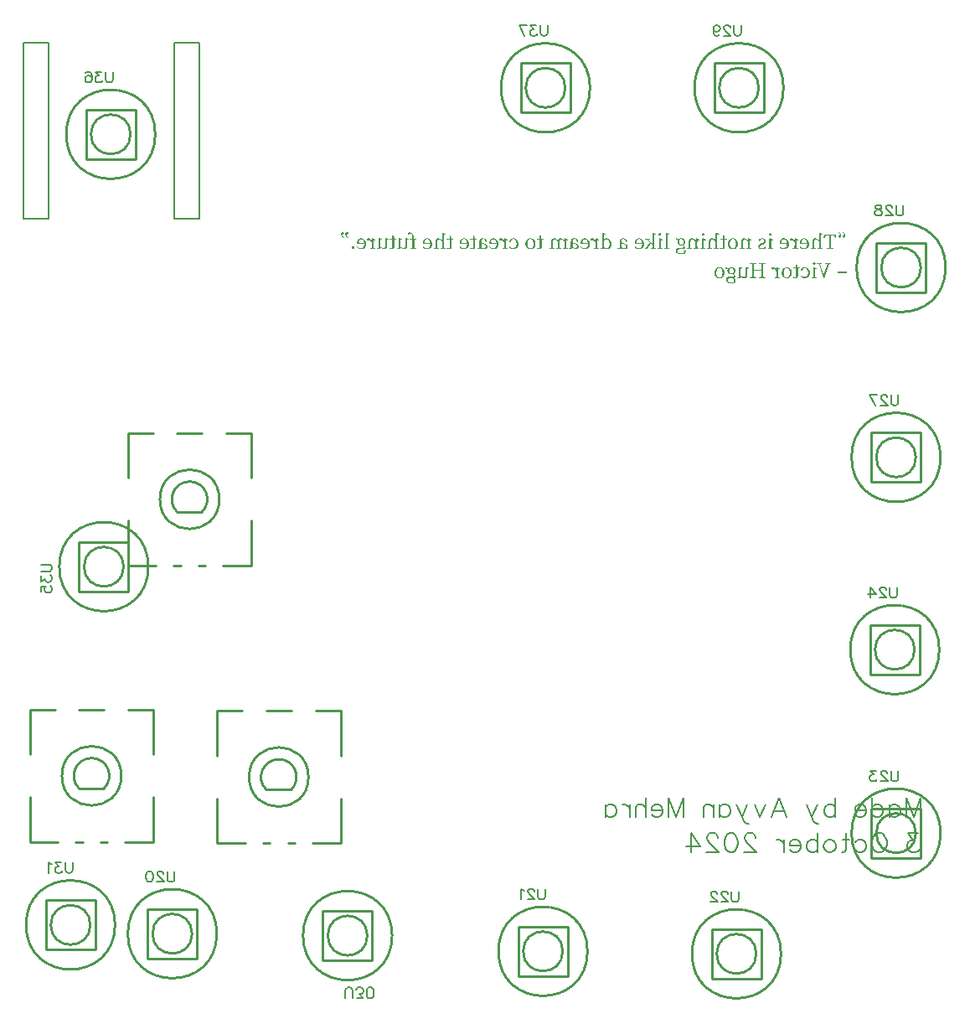
<source format=gbo>
G04 Layer: BottomSilkscreenLayer*
G04 EasyEDA v6.5.46, 2024-10-06 11:37:13*
G04 ab947d6f174c44c6bcda00e1859507e9,10*
G04 Gerber Generator version 0.2*
G04 Scale: 100 percent, Rotated: No, Reflected: No *
G04 Dimensions in millimeters *
G04 leading zeros omitted , absolute positions ,4 integer and 5 decimal *
%FSLAX45Y45*%
%MOMM*%

%ADD10C,0.2032*%
%ADD11C,0.1524*%
%ADD12C,0.2540*%
%ADD13C,0.1270*%

%LPD*%
G36*
X9078468Y10766044D02*
G01*
X9075420Y10760710D01*
X9084259Y10755071D01*
X9090355Y10748721D01*
X9094063Y10742371D01*
X9095740Y10736580D01*
X9088628Y10734141D01*
X9082938Y10730687D01*
X9079077Y10725912D01*
X9077706Y10719308D01*
X9078722Y10714380D01*
X9081516Y10710418D01*
X9085834Y10707827D01*
X9091422Y10706862D01*
X9097619Y10708081D01*
X9102344Y10711637D01*
X9105341Y10717479D01*
X9106408Y10725404D01*
X9106103Y10730636D01*
X9105036Y10736173D01*
X9103207Y10741812D01*
X9100413Y10747451D01*
X9096705Y10752836D01*
X9091828Y10757814D01*
X9085783Y10762284D01*
G37*
G36*
X9035796Y10766044D02*
G01*
X9032240Y10760710D01*
X9041180Y10755071D01*
X9047378Y10748721D01*
X9051137Y10742371D01*
X9052814Y10736580D01*
X9045803Y10734141D01*
X9040063Y10730687D01*
X9036202Y10725912D01*
X9034780Y10719308D01*
X9035745Y10714380D01*
X9038488Y10710418D01*
X9042806Y10707827D01*
X9048496Y10706862D01*
X9054693Y10708081D01*
X9059418Y10711637D01*
X9062415Y10717479D01*
X9063482Y10725404D01*
X9063177Y10730636D01*
X9062110Y10736173D01*
X9060281Y10741812D01*
X9057538Y10747451D01*
X9053830Y10752836D01*
X9049004Y10757814D01*
X9043060Y10762284D01*
G37*
G36*
X4022851Y10766044D02*
G01*
X4016603Y10764824D01*
X4011777Y10761268D01*
X4008729Y10755426D01*
X4007612Y10747502D01*
X4007967Y10742269D01*
X4009034Y10736681D01*
X4010914Y10730992D01*
X4013657Y10725353D01*
X4017467Y10719968D01*
X4022293Y10714939D01*
X4028287Y10710519D01*
X4035551Y10706862D01*
X4038854Y10712196D01*
X4029913Y10717885D01*
X4023715Y10724286D01*
X4020058Y10730738D01*
X4018534Y10736580D01*
X4025493Y10738866D01*
X4031132Y10742218D01*
X4034942Y10746994D01*
X4036314Y10753598D01*
X4035348Y10758525D01*
X4032605Y10762488D01*
X4028389Y10765078D01*
G37*
G36*
X4065524Y10766044D02*
G01*
X4059326Y10764824D01*
X4054601Y10761268D01*
X4051604Y10755426D01*
X4050537Y10747502D01*
X4050893Y10742269D01*
X4051960Y10736681D01*
X4053840Y10730992D01*
X4056583Y10725353D01*
X4060393Y10719968D01*
X4065219Y10714939D01*
X4071213Y10710519D01*
X4078478Y10706862D01*
X4081779Y10712196D01*
X4072839Y10717885D01*
X4066743Y10724286D01*
X4063085Y10730738D01*
X4061460Y10736580D01*
X4068419Y10738866D01*
X4074058Y10742218D01*
X4077868Y10746994D01*
X4079240Y10753598D01*
X4078274Y10758525D01*
X4075531Y10762488D01*
X4071213Y10765078D01*
G37*
G36*
X4700524Y10758678D02*
G01*
X4693259Y10757966D01*
X4687011Y10755833D01*
X4682286Y10752124D01*
X4679442Y10746740D01*
X4680559Y10742980D01*
X4683150Y10739932D01*
X4687011Y10737850D01*
X4692142Y10737088D01*
X4696358Y10737545D01*
X4700320Y10738967D01*
X4704130Y10741253D01*
X4713986Y10749788D01*
X4716373Y10748060D01*
X4718507Y10746079D01*
X4720437Y10743844D01*
X4722114Y10741406D01*
X4723841Y10738053D01*
X4725466Y10734192D01*
X4726838Y10729772D01*
X4728006Y10724743D01*
X4728921Y10719054D01*
X4729530Y10712602D01*
X4729835Y10705338D01*
X4729734Y10697210D01*
X4698746Y10697210D01*
X4698746Y10687558D01*
X4729226Y10687558D01*
X4728972Y10601452D01*
X4708652Y10598658D01*
X4708652Y10591800D01*
X4766056Y10591800D01*
X4766056Y10598658D01*
X4748276Y10601198D01*
X4747717Y10619790D01*
X4747514Y10638536D01*
X4747514Y10687558D01*
X4766310Y10687558D01*
X4766310Y10695432D01*
X4747514Y10697972D01*
X4746650Y10706354D01*
X4745532Y10713872D01*
X4744110Y10720628D01*
X4742383Y10726623D01*
X4740300Y10731957D01*
X4737811Y10736783D01*
X4734864Y10741050D01*
X4731512Y10744962D01*
X4724044Y10751515D01*
X4716221Y10755731D01*
X4708296Y10758017D01*
G37*
G36*
X8842756Y10756392D02*
G01*
X8839962Y10754868D01*
X8840724Y10723118D01*
X8840724Y10679430D01*
X8836355Y10683900D01*
X8831681Y10687913D01*
X8826703Y10691469D01*
X8821572Y10694517D01*
X8816238Y10696956D01*
X8810853Y10698734D01*
X8805468Y10699851D01*
X8800084Y10700258D01*
X8793378Y10699699D01*
X8787587Y10698022D01*
X8782608Y10695076D01*
X8778595Y10690910D01*
X8775446Y10685322D01*
X8773210Y10678312D01*
X8771839Y10669727D01*
X8771382Y10659618D01*
X8771331Y10629747D01*
X8770874Y10601198D01*
X8755380Y10598658D01*
X8755380Y10591800D01*
X8806688Y10591800D01*
X8806688Y10598658D01*
X8789924Y10601198D01*
X8789670Y10659364D01*
X8789974Y10666374D01*
X8790838Y10672165D01*
X8792260Y10676788D01*
X8794292Y10680446D01*
X8796883Y10683138D01*
X8800084Y10684916D01*
X8803843Y10685983D01*
X8808212Y10686288D01*
X8815781Y10685576D01*
X8823452Y10683138D01*
X8831478Y10678566D01*
X8840216Y10671556D01*
X8840165Y10629900D01*
X8839708Y10601198D01*
X8824468Y10598658D01*
X8824468Y10591800D01*
X8875522Y10591800D01*
X8875522Y10598658D01*
X8859012Y10601198D01*
X8858504Y10638536D01*
X8858504Y10738612D01*
X8876538Y10740390D01*
X8876538Y10746994D01*
G37*
G36*
X7795514Y10756392D02*
G01*
X7792720Y10754868D01*
X7793228Y10723118D01*
X7793228Y10679430D01*
X7788859Y10683900D01*
X7784185Y10687913D01*
X7779258Y10691469D01*
X7774127Y10694517D01*
X7768844Y10696956D01*
X7763459Y10698734D01*
X7758023Y10699851D01*
X7752588Y10700258D01*
X7745984Y10699699D01*
X7740192Y10698022D01*
X7735316Y10695076D01*
X7731302Y10690910D01*
X7728203Y10685322D01*
X7725918Y10678312D01*
X7724597Y10669727D01*
X7724140Y10659618D01*
X7724089Y10629747D01*
X7723631Y10601198D01*
X7708138Y10598658D01*
X7708138Y10591800D01*
X7759446Y10591800D01*
X7759446Y10598658D01*
X7742681Y10601198D01*
X7742428Y10659364D01*
X7742732Y10666374D01*
X7743596Y10672165D01*
X7745018Y10676788D01*
X7747050Y10680446D01*
X7749641Y10683138D01*
X7752842Y10684916D01*
X7756601Y10685983D01*
X7760970Y10686288D01*
X7768539Y10685576D01*
X7776209Y10683138D01*
X7784236Y10678566D01*
X7792974Y10671556D01*
X7792923Y10629900D01*
X7792466Y10601198D01*
X7776972Y10598658D01*
X7776972Y10591800D01*
X7828280Y10591800D01*
X7828280Y10598658D01*
X7811516Y10601198D01*
X7811262Y10638536D01*
X7811262Y10738612D01*
X7829296Y10740390D01*
X7829296Y10746994D01*
G37*
G36*
X7291831Y10756392D02*
G01*
X7288784Y10754868D01*
X7289800Y10723118D01*
X7289749Y10629290D01*
X7289292Y10601198D01*
X7271512Y10598658D01*
X7271512Y10591800D01*
X7326122Y10591800D01*
X7326122Y10598658D01*
X7308596Y10601198D01*
X7308088Y10638536D01*
X7308088Y10738612D01*
X7326122Y10740390D01*
X7326122Y10746994D01*
G37*
G36*
X7158228Y10756392D02*
G01*
X7155180Y10754868D01*
X7156196Y10723118D01*
X7156196Y10644886D01*
X7115809Y10686288D01*
X7133336Y10689844D01*
X7133336Y10697210D01*
X7082028Y10697210D01*
X7082028Y10689844D01*
X7102856Y10687050D01*
X7128509Y10661396D01*
X7090918Y10600690D01*
X7076440Y10598658D01*
X7076440Y10591800D01*
X7106666Y10591800D01*
X7141209Y10648442D01*
X7156196Y10633456D01*
X7155688Y10601198D01*
X7138162Y10598658D01*
X7138162Y10591800D01*
X7192264Y10591800D01*
X7192264Y10598658D01*
X7174738Y10601198D01*
X7174484Y10629392D01*
X7174484Y10738612D01*
X7192518Y10740390D01*
X7192518Y10746994D01*
G37*
G36*
X6647688Y10756392D02*
G01*
X6644894Y10754868D01*
X6645402Y10723118D01*
X6645402Y10612882D01*
X6663690Y10612882D01*
X6663690Y10677398D01*
X6670751Y10682986D01*
X6677202Y10686592D01*
X6683197Y10688523D01*
X6688836Y10689082D01*
X6693103Y10688828D01*
X6697167Y10687964D01*
X6701078Y10686542D01*
X6704736Y10684560D01*
X6708140Y10681919D01*
X6711188Y10678617D01*
X6713880Y10674654D01*
X6716217Y10669981D01*
X6718046Y10664647D01*
X6719417Y10658551D01*
X6720281Y10651744D01*
X6720586Y10644124D01*
X6720331Y10636808D01*
X6719519Y10630204D01*
X6718198Y10624312D01*
X6716420Y10619130D01*
X6714236Y10614609D01*
X6711594Y10610748D01*
X6708597Y10607548D01*
X6705295Y10604957D01*
X6701637Y10602925D01*
X6697675Y10601553D01*
X6693509Y10600690D01*
X6689090Y10600436D01*
X6682282Y10601045D01*
X6676034Y10603128D01*
X6669938Y10606989D01*
X6663690Y10612882D01*
X6645402Y10612882D01*
X6645402Y10600690D01*
X6627368Y10598658D01*
X6627368Y10591800D01*
X6661912Y10589514D01*
X6663181Y10604754D01*
X6669481Y10598099D01*
X6676593Y10593171D01*
X6684873Y10590072D01*
X6694424Y10589006D01*
X6701028Y10589463D01*
X6707225Y10590784D01*
X6713016Y10592968D01*
X6718350Y10595914D01*
X6723176Y10599674D01*
X6727494Y10604093D01*
X6731203Y10609224D01*
X6734352Y10615015D01*
X6736842Y10621365D01*
X6738620Y10628274D01*
X6739788Y10635691D01*
X6740144Y10643616D01*
X6739890Y10649966D01*
X6739229Y10655960D01*
X6738112Y10661650D01*
X6736588Y10667034D01*
X6734657Y10672064D01*
X6732371Y10676737D01*
X6729679Y10681004D01*
X6726681Y10684865D01*
X6723380Y10688370D01*
X6719722Y10691469D01*
X6715810Y10694060D01*
X6711645Y10696244D01*
X6707225Y10697972D01*
X6702552Y10699242D01*
X6697675Y10700004D01*
X6692646Y10700258D01*
X6684975Y10699546D01*
X6677558Y10697210D01*
X6670395Y10692739D01*
X6663436Y10685780D01*
X6663436Y10738612D01*
X6681978Y10740390D01*
X6681978Y10746994D01*
G37*
G36*
X5033010Y10756392D02*
G01*
X5030216Y10754868D01*
X5030724Y10723118D01*
X5030724Y10679430D01*
X5026355Y10683900D01*
X5021681Y10687913D01*
X5016754Y10691469D01*
X5011623Y10694517D01*
X5006340Y10696956D01*
X5000955Y10698734D01*
X4995519Y10699851D01*
X4990084Y10700258D01*
X4983480Y10699699D01*
X4977688Y10698022D01*
X4972812Y10695076D01*
X4968798Y10690910D01*
X4965700Y10685322D01*
X4963414Y10678312D01*
X4962093Y10669727D01*
X4961636Y10659618D01*
X4961585Y10629747D01*
X4961128Y10601198D01*
X4945634Y10598658D01*
X4945634Y10591800D01*
X4996942Y10591800D01*
X4996942Y10598658D01*
X4980178Y10601198D01*
X4979924Y10659364D01*
X4980228Y10666374D01*
X4981092Y10672165D01*
X4982514Y10676788D01*
X4984546Y10680446D01*
X4987137Y10683138D01*
X4990338Y10684916D01*
X4994097Y10685983D01*
X4998466Y10686288D01*
X5006035Y10685576D01*
X5013706Y10683138D01*
X5021732Y10678566D01*
X5030470Y10671556D01*
X5030419Y10629900D01*
X5029962Y10601198D01*
X5014468Y10598658D01*
X5014468Y10591800D01*
X5065776Y10591800D01*
X5065776Y10598658D01*
X5049012Y10601198D01*
X5048758Y10638536D01*
X5048758Y10738612D01*
X5066792Y10740390D01*
X5066792Y10746994D01*
G37*
G36*
X8344916Y10753090D02*
G01*
X8339480Y10752124D01*
X8334959Y10749381D01*
X8331860Y10745165D01*
X8330692Y10739628D01*
X8331860Y10734040D01*
X8334959Y10729620D01*
X8339480Y10726674D01*
X8344916Y10725658D01*
X8350605Y10726674D01*
X8355177Y10729569D01*
X8358276Y10734040D01*
X8359394Y10739628D01*
X8358276Y10745165D01*
X8355177Y10749381D01*
X8350605Y10752124D01*
G37*
G36*
X7667244Y10753090D02*
G01*
X7661706Y10752124D01*
X7657185Y10749381D01*
X7654137Y10745165D01*
X7653020Y10739628D01*
X7654137Y10734040D01*
X7657185Y10729620D01*
X7661706Y10726674D01*
X7667244Y10725658D01*
X7672882Y10726674D01*
X7677403Y10729569D01*
X7680401Y10734040D01*
X7681468Y10739628D01*
X7680401Y10745165D01*
X7677403Y10749381D01*
X7672882Y10752124D01*
G37*
G36*
X7231380Y10753090D02*
G01*
X7225842Y10752124D01*
X7221321Y10749381D01*
X7218273Y10745165D01*
X7217156Y10739628D01*
X7218273Y10734040D01*
X7221321Y10729620D01*
X7225842Y10726674D01*
X7231380Y10725658D01*
X7237018Y10726674D01*
X7241540Y10729569D01*
X7244537Y10734040D01*
X7245603Y10739628D01*
X7244537Y10745165D01*
X7241540Y10749381D01*
X7237018Y10752124D01*
G37*
G36*
X8888476Y10740644D02*
G01*
X8887206Y10701020D01*
X8897874Y10701020D01*
X8904224Y10730992D01*
X8939276Y10730992D01*
X8939530Y10694009D01*
X8939276Y10601960D01*
X8916162Y10599420D01*
X8916162Y10591800D01*
X8983218Y10591800D01*
X8983218Y10599420D01*
X8960358Y10601960D01*
X8959951Y10623804D01*
X8959850Y10686542D01*
X8960053Y10716260D01*
X8960358Y10730992D01*
X8995156Y10730992D01*
X9001252Y10701020D01*
X9012428Y10701020D01*
X9010650Y10740644D01*
G37*
G36*
X7867396Y10727944D02*
G01*
X7868666Y10697210D01*
X7838948Y10697210D01*
X7838948Y10687558D01*
X7868920Y10687558D01*
X7868920Y10615676D01*
X7868056Y10608157D01*
X7865516Y10603026D01*
X7861503Y10600080D01*
X7856220Y10599166D01*
X7852409Y10599572D01*
X7848803Y10600740D01*
X7845094Y10602722D01*
X7840980Y10605516D01*
X7836408Y10600436D01*
X7841183Y10595660D01*
X7847177Y10592054D01*
X7854238Y10589768D01*
X7862316Y10589006D01*
X7867903Y10589412D01*
X7872882Y10590530D01*
X7877200Y10592511D01*
X7880807Y10595305D01*
X7883652Y10598912D01*
X7885734Y10603382D01*
X7887004Y10608716D01*
X7887462Y10614914D01*
X7887208Y10633456D01*
X7887208Y10687558D01*
X7906003Y10687558D01*
X7906003Y10695432D01*
X7886192Y10697972D01*
X7880350Y10727944D01*
G37*
G36*
X6014974Y10727944D02*
G01*
X6016244Y10697210D01*
X5986272Y10697210D01*
X5986272Y10687558D01*
X6016244Y10687558D01*
X6016244Y10615676D01*
X6015380Y10608157D01*
X6012840Y10603026D01*
X6008827Y10600080D01*
X6003544Y10599166D01*
X5999734Y10599572D01*
X5996127Y10600740D01*
X5992418Y10602722D01*
X5988304Y10605516D01*
X5983732Y10600436D01*
X5988659Y10595660D01*
X5994603Y10592054D01*
X6001613Y10589768D01*
X6009640Y10589006D01*
X6015228Y10589412D01*
X6020206Y10590530D01*
X6024524Y10592511D01*
X6028131Y10595305D01*
X6030976Y10598912D01*
X6033058Y10603382D01*
X6034328Y10608716D01*
X6034786Y10614914D01*
X6034532Y10633456D01*
X6034532Y10687558D01*
X6053582Y10687558D01*
X6053582Y10695432D01*
X6033516Y10697972D01*
X6027674Y10727944D01*
G37*
G36*
X5342890Y10727944D02*
G01*
X5344160Y10697210D01*
X5314188Y10697210D01*
X5314188Y10687558D01*
X5344414Y10687558D01*
X5344414Y10615676D01*
X5343550Y10608157D01*
X5340959Y10603026D01*
X5336895Y10600080D01*
X5331460Y10599166D01*
X5327802Y10599572D01*
X5324195Y10600740D01*
X5320436Y10602722D01*
X5316220Y10605516D01*
X5311902Y10600436D01*
X5316677Y10595660D01*
X5322620Y10592054D01*
X5329631Y10589768D01*
X5337556Y10589006D01*
X5343245Y10589412D01*
X5348274Y10590530D01*
X5352643Y10592511D01*
X5356250Y10595305D01*
X5359146Y10598912D01*
X5361228Y10603382D01*
X5362498Y10608716D01*
X5362956Y10614914D01*
X5362702Y10633456D01*
X5362702Y10687558D01*
X5381498Y10687558D01*
X5381498Y10695432D01*
X5361686Y10697972D01*
X5355844Y10727944D01*
G37*
G36*
X5104892Y10727944D02*
G01*
X5106162Y10697210D01*
X5076444Y10697210D01*
X5076444Y10687558D01*
X5106416Y10687558D01*
X5106416Y10615676D01*
X5105552Y10608157D01*
X5103012Y10603026D01*
X5098999Y10600080D01*
X5093716Y10599166D01*
X5089906Y10599572D01*
X5086299Y10600740D01*
X5082590Y10602722D01*
X5078476Y10605516D01*
X5073904Y10600436D01*
X5078679Y10595660D01*
X5084673Y10592054D01*
X5091734Y10589768D01*
X5099812Y10589006D01*
X5105400Y10589412D01*
X5110378Y10590530D01*
X5114696Y10592511D01*
X5118303Y10595305D01*
X5121148Y10598912D01*
X5123230Y10603382D01*
X5124500Y10608716D01*
X5124958Y10614914D01*
X5124704Y10633456D01*
X5124704Y10687558D01*
X5143500Y10687558D01*
X5143500Y10695432D01*
X5123688Y10697972D01*
X5117846Y10727944D01*
G37*
G36*
X4525264Y10727944D02*
G01*
X4526534Y10697210D01*
X4496562Y10697210D01*
X4496562Y10687558D01*
X4526788Y10687558D01*
X4526788Y10615676D01*
X4525873Y10608157D01*
X4523282Y10603026D01*
X4519168Y10600080D01*
X4513834Y10599166D01*
X4510024Y10599572D01*
X4506417Y10600740D01*
X4502708Y10602722D01*
X4498594Y10605516D01*
X4494276Y10600436D01*
X4499051Y10595660D01*
X4504893Y10592054D01*
X4511903Y10589768D01*
X4519930Y10589006D01*
X4525619Y10589412D01*
X4530598Y10590530D01*
X4534916Y10592511D01*
X4538522Y10595305D01*
X4541316Y10598912D01*
X4543399Y10603382D01*
X4544669Y10608716D01*
X4545076Y10614914D01*
X4545076Y10687558D01*
X4563872Y10687558D01*
X4563872Y10695432D01*
X4544060Y10697972D01*
X4537964Y10727944D01*
G37*
G36*
X8687562Y10700258D02*
G01*
X8681720Y10699902D01*
X8676182Y10698937D01*
X8671001Y10697311D01*
X8666175Y10695076D01*
X8661755Y10692231D01*
X8657793Y10688878D01*
X8654338Y10684916D01*
X8651392Y10680446D01*
X8649055Y10675518D01*
X8647328Y10670082D01*
X8646583Y10665968D01*
X8663940Y10665968D01*
X8664397Y10670997D01*
X8665768Y10675823D01*
X8667902Y10680192D01*
X8670848Y10684052D01*
X8674404Y10687304D01*
X8678621Y10689742D01*
X8683345Y10691317D01*
X8688578Y10691876D01*
X8693708Y10691317D01*
X8698788Y10689691D01*
X8703614Y10686846D01*
X8708085Y10682833D01*
X8711946Y10677601D01*
X8715146Y10671098D01*
X8717483Y10663224D01*
X8718804Y10654030D01*
X8676132Y10653522D01*
X8670036Y10654436D01*
X8666327Y10656976D01*
X8664448Y10660938D01*
X8663940Y10665968D01*
X8646583Y10665968D01*
X8646261Y10664190D01*
X8645906Y10657840D01*
X8646414Y10650829D01*
X8647684Y10645394D01*
X8719058Y10645648D01*
X8718702Y10638586D01*
X8717737Y10632135D01*
X8716213Y10626293D01*
X8714181Y10621111D01*
X8711641Y10616488D01*
X8708644Y10612526D01*
X8705189Y10609122D01*
X8701328Y10606379D01*
X8697061Y10604195D01*
X8692438Y10602671D01*
X8687460Y10601756D01*
X8682228Y10601452D01*
X8672220Y10602620D01*
X8663990Y10605820D01*
X8657031Y10610900D01*
X8650732Y10617454D01*
X8646414Y10614406D01*
X8649766Y10608818D01*
X8653627Y10603788D01*
X8658098Y10599470D01*
X8663076Y10595813D01*
X8668613Y10592866D01*
X8674658Y10590784D01*
X8681262Y10589463D01*
X8688324Y10589006D01*
X8693810Y10589260D01*
X8699093Y10589920D01*
X8704072Y10591088D01*
X8708847Y10592663D01*
X8713266Y10594746D01*
X8717432Y10597184D01*
X8721242Y10600080D01*
X8724696Y10603382D01*
X8727846Y10607090D01*
X8730589Y10611205D01*
X8732977Y10615726D01*
X8734958Y10620603D01*
X8736533Y10625886D01*
X8737701Y10631525D01*
X8738362Y10637520D01*
X8738616Y10643870D01*
X8738362Y10650169D01*
X8737549Y10656112D01*
X8736279Y10661802D01*
X8734501Y10667136D01*
X8732316Y10672165D01*
X8729675Y10676788D01*
X8726728Y10681055D01*
X8723376Y10684916D01*
X8719718Y10688421D01*
X8715756Y10691469D01*
X8711539Y10694111D01*
X8707120Y10696244D01*
X8702446Y10697972D01*
X8697620Y10699242D01*
X8692642Y10700004D01*
G37*
G36*
X8559038Y10700258D02*
G01*
X8554008Y10699699D01*
X8549436Y10698073D01*
X8545626Y10695432D01*
X8543036Y10691876D01*
X8543747Y10685627D01*
X8545931Y10680801D01*
X8549792Y10677753D01*
X8555482Y10676636D01*
X8559292Y10677093D01*
X8562848Y10678363D01*
X8566200Y10680395D01*
X8569452Y10682986D01*
X8571992Y10685526D01*
X8578240Y10679938D01*
X8583472Y10673283D01*
X8587740Y10665358D01*
X8591296Y10656062D01*
X8590788Y10601452D01*
X8572500Y10598658D01*
X8572500Y10591800D01*
X8626348Y10591800D01*
X8626348Y10598658D01*
X8610092Y10601198D01*
X8609888Y10658805D01*
X8610346Y10679430D01*
X8628126Y10681208D01*
X8628126Y10687812D01*
X8596884Y10700004D01*
X8593836Y10697972D01*
X8591550Y10671302D01*
X8588552Y10677804D01*
X8585098Y10683544D01*
X8581288Y10688523D01*
X8577224Y10692638D01*
X8572855Y10695940D01*
X8568334Y10698327D01*
X8563711Y10699750D01*
G37*
G36*
X8483092Y10700258D02*
G01*
X8477250Y10699902D01*
X8471712Y10698937D01*
X8466531Y10697311D01*
X8461705Y10695076D01*
X8457285Y10692231D01*
X8453323Y10688878D01*
X8449868Y10684916D01*
X8446922Y10680446D01*
X8444585Y10675518D01*
X8442858Y10670082D01*
X8442113Y10665968D01*
X8459724Y10665968D01*
X8460181Y10670997D01*
X8461552Y10675823D01*
X8463686Y10680192D01*
X8466582Y10684052D01*
X8470138Y10687304D01*
X8474303Y10689742D01*
X8478977Y10691317D01*
X8484108Y10691876D01*
X8489238Y10691317D01*
X8494318Y10689691D01*
X8499195Y10686846D01*
X8503615Y10682833D01*
X8507577Y10677601D01*
X8510778Y10671098D01*
X8513165Y10663224D01*
X8514588Y10654030D01*
X8471662Y10653522D01*
X8465616Y10654436D01*
X8461959Y10656976D01*
X8460181Y10660938D01*
X8459724Y10665968D01*
X8442113Y10665968D01*
X8441791Y10664190D01*
X8441436Y10657840D01*
X8441944Y10650829D01*
X8443214Y10645394D01*
X8514588Y10645648D01*
X8514232Y10638586D01*
X8513267Y10632135D01*
X8511743Y10626293D01*
X8509711Y10621111D01*
X8507171Y10616488D01*
X8504174Y10612526D01*
X8500719Y10609122D01*
X8496858Y10606379D01*
X8492591Y10604195D01*
X8487968Y10602671D01*
X8482990Y10601756D01*
X8477758Y10601452D01*
X8467750Y10602620D01*
X8459571Y10605820D01*
X8452662Y10610900D01*
X8446516Y10617454D01*
X8441944Y10614406D01*
X8445296Y10608818D01*
X8449157Y10603788D01*
X8453628Y10599470D01*
X8458657Y10595813D01*
X8464194Y10592866D01*
X8470290Y10590784D01*
X8476945Y10589463D01*
X8484108Y10589006D01*
X8489543Y10589260D01*
X8494776Y10589920D01*
X8499754Y10591088D01*
X8504478Y10592663D01*
X8508898Y10594746D01*
X8513013Y10597184D01*
X8516823Y10600080D01*
X8520277Y10603382D01*
X8523376Y10607090D01*
X8526170Y10611205D01*
X8528507Y10615726D01*
X8530488Y10620603D01*
X8532063Y10625886D01*
X8533231Y10631525D01*
X8533892Y10637520D01*
X8534146Y10643870D01*
X8533892Y10650169D01*
X8533079Y10656112D01*
X8531809Y10661802D01*
X8530031Y10667136D01*
X8527846Y10672165D01*
X8525205Y10676788D01*
X8522258Y10681055D01*
X8518906Y10684916D01*
X8515248Y10688421D01*
X8511286Y10691469D01*
X8507069Y10694111D01*
X8502650Y10696244D01*
X8497976Y10697972D01*
X8493150Y10699242D01*
X8488172Y10700004D01*
G37*
G36*
X8261603Y10700258D02*
G01*
X8252968Y10699648D01*
X8245144Y10697870D01*
X8237728Y10695025D01*
X8230362Y10691114D01*
X8231124Y10668508D01*
X8241284Y10668508D01*
X8245348Y10687558D01*
X8249361Y10689285D01*
X8253374Y10690555D01*
X8257438Y10691368D01*
X8261603Y10691622D01*
X8271002Y10690453D01*
X8277707Y10687100D01*
X8281822Y10681970D01*
X8283194Y10675366D01*
X8282076Y10668863D01*
X8278520Y10663834D01*
X8272170Y10659618D01*
X8262620Y10655554D01*
X8254746Y10652760D01*
X8247176Y10649762D01*
X8240775Y10646511D01*
X8235492Y10642955D01*
X8231327Y10639145D01*
X8228126Y10635030D01*
X8225942Y10630560D01*
X8224672Y10625836D01*
X8224266Y10620756D01*
X8224570Y10616488D01*
X8225485Y10612424D01*
X8227059Y10608513D01*
X8229193Y10604855D01*
X8231936Y10601452D01*
X8235289Y10598404D01*
X8239201Y10595711D01*
X8243722Y10593374D01*
X8248802Y10591546D01*
X8254441Y10590174D01*
X8260689Y10589310D01*
X8267446Y10589006D01*
X8276488Y10589514D01*
X8284870Y10591088D01*
X8292896Y10593730D01*
X8300974Y10597388D01*
X8301228Y10621772D01*
X8290814Y10621772D01*
X8285988Y10601198D01*
X8281873Y10599521D01*
X8277504Y10598353D01*
X8272830Y10597642D01*
X8267700Y10597388D01*
X8261553Y10597743D01*
X8256320Y10598708D01*
X8251901Y10600283D01*
X8248294Y10602417D01*
X8245551Y10605008D01*
X8243570Y10608106D01*
X8242452Y10611561D01*
X8242046Y10615422D01*
X8243214Y10621873D01*
X8246922Y10627106D01*
X8253272Y10631576D01*
X8262620Y10635742D01*
X8273034Y10639044D01*
X8278926Y10641482D01*
X8284260Y10644174D01*
X8288883Y10647273D01*
X8292795Y10650728D01*
X8295944Y10654639D01*
X8298281Y10658957D01*
X8299703Y10663834D01*
X8300212Y10669270D01*
X8299551Y10675366D01*
X8297672Y10681055D01*
X8294573Y10686338D01*
X8290255Y10690961D01*
X8284768Y10694822D01*
X8278114Y10697718D01*
X8270392Y10699597D01*
G37*
G36*
X8079994Y10700258D02*
G01*
X8073390Y10699699D01*
X8067598Y10697972D01*
X8062722Y10695025D01*
X8058708Y10690809D01*
X8055609Y10685272D01*
X8053324Y10678312D01*
X8052003Y10669828D01*
X8051546Y10659872D01*
X8051292Y10601198D01*
X8035544Y10598658D01*
X8035544Y10591800D01*
X8086852Y10591800D01*
X8086852Y10598658D01*
X8070342Y10601198D01*
X8069834Y10638536D01*
X8069834Y10659364D01*
X8070088Y10666272D01*
X8070900Y10672013D01*
X8072272Y10676686D01*
X8074253Y10680344D01*
X8076793Y10683036D01*
X8079994Y10684916D01*
X8083854Y10685932D01*
X8088375Y10686288D01*
X8095792Y10685475D01*
X8103311Y10682833D01*
X8111083Y10678261D01*
X8119364Y10671556D01*
X8119313Y10620248D01*
X8119109Y10601198D01*
X8103616Y10598658D01*
X8103616Y10591800D01*
X8154924Y10591800D01*
X8154924Y10598658D01*
X8138414Y10601198D01*
X8137906Y10638536D01*
X8137956Y10658805D01*
X8138312Y10672876D01*
X8138668Y10679430D01*
X8156194Y10681208D01*
X8156194Y10687812D01*
X8124952Y10700004D01*
X8121903Y10697972D01*
X8120125Y10679684D01*
X8115706Y10684205D01*
X8110981Y10688269D01*
X8106105Y10691774D01*
X8101025Y10694720D01*
X8095792Y10697108D01*
X8090560Y10698835D01*
X8085277Y10699902D01*
G37*
G36*
X7967980Y10700258D02*
G01*
X7963153Y10700054D01*
X7958328Y10699343D01*
X7953603Y10698276D01*
X7949031Y10696702D01*
X7944612Y10694720D01*
X7940344Y10692282D01*
X7936331Y10689386D01*
X7932623Y10686084D01*
X7929168Y10682376D01*
X7926070Y10678160D01*
X7923377Y10673588D01*
X7921040Y10668558D01*
X7919212Y10663072D01*
X7917789Y10657179D01*
X7916976Y10650880D01*
X7916672Y10644124D01*
X7937246Y10644124D01*
X7937500Y10651591D01*
X7938160Y10658398D01*
X7939328Y10664647D01*
X7940903Y10670286D01*
X7942935Y10675264D01*
X7945374Y10679633D01*
X7948218Y10683341D01*
X7951419Y10686389D01*
X7955025Y10688777D01*
X7958988Y10690504D01*
X7963306Y10691520D01*
X7967980Y10691876D01*
X7972653Y10691520D01*
X7976920Y10690504D01*
X7980883Y10688777D01*
X7984439Y10686389D01*
X7987639Y10683341D01*
X7990484Y10679633D01*
X7992872Y10675264D01*
X7994853Y10670286D01*
X7996428Y10664647D01*
X7997545Y10658398D01*
X7998206Y10651591D01*
X7998459Y10644124D01*
X7998206Y10636808D01*
X7997545Y10630103D01*
X7996428Y10623956D01*
X7994853Y10618470D01*
X7992872Y10613593D01*
X7990484Y10609326D01*
X7987639Y10605719D01*
X7984439Y10602722D01*
X7980883Y10600385D01*
X7976920Y10598708D01*
X7972653Y10597743D01*
X7967980Y10597388D01*
X7963306Y10597743D01*
X7958988Y10598708D01*
X7955025Y10600385D01*
X7951419Y10602722D01*
X7948218Y10605719D01*
X7945374Y10609326D01*
X7942935Y10613593D01*
X7940903Y10618470D01*
X7939328Y10623956D01*
X7938160Y10630103D01*
X7937500Y10636808D01*
X7937246Y10644124D01*
X7916672Y10644124D01*
X7916976Y10637469D01*
X7917789Y10631271D01*
X7919161Y10625480D01*
X7920990Y10620095D01*
X7923326Y10615117D01*
X7926019Y10610596D01*
X7929067Y10606532D01*
X7932521Y10602823D01*
X7936230Y10599623D01*
X7940243Y10596778D01*
X7944510Y10594441D01*
X7948930Y10592460D01*
X7953552Y10590936D01*
X7958277Y10589869D01*
X7963103Y10589209D01*
X7967980Y10589006D01*
X7972856Y10589209D01*
X7977682Y10589869D01*
X7982407Y10590936D01*
X7986979Y10592460D01*
X7991348Y10594441D01*
X7995564Y10596778D01*
X7999526Y10599623D01*
X8003184Y10602823D01*
X8006588Y10606532D01*
X8009585Y10610596D01*
X8012277Y10615117D01*
X8014512Y10620095D01*
X8016341Y10625480D01*
X8017662Y10631271D01*
X8018475Y10637469D01*
X8018780Y10644124D01*
X8018475Y10650829D01*
X8017662Y10657128D01*
X8016290Y10662970D01*
X8014462Y10668457D01*
X8012226Y10673486D01*
X8009534Y10678058D01*
X8006486Y10682274D01*
X8003082Y10685983D01*
X7999425Y10689336D01*
X7995462Y10692231D01*
X7991246Y10694670D01*
X7986826Y10696651D01*
X7982305Y10698226D01*
X7977581Y10699343D01*
X7972806Y10700054D01*
G37*
G36*
X7550658Y10700258D02*
G01*
X7544053Y10699699D01*
X7538262Y10697972D01*
X7533386Y10695025D01*
X7529372Y10690809D01*
X7526274Y10685272D01*
X7523988Y10678312D01*
X7522667Y10669828D01*
X7522209Y10659872D01*
X7521956Y10601198D01*
X7506208Y10598658D01*
X7506208Y10591800D01*
X7557516Y10591800D01*
X7557516Y10598658D01*
X7541006Y10601198D01*
X7540498Y10638536D01*
X7540498Y10659364D01*
X7540752Y10666272D01*
X7541564Y10672013D01*
X7542936Y10676686D01*
X7544917Y10680344D01*
X7547457Y10683036D01*
X7550658Y10684916D01*
X7554518Y10685932D01*
X7559040Y10686288D01*
X7566456Y10685475D01*
X7573975Y10682833D01*
X7581747Y10678261D01*
X7590028Y10671556D01*
X7589977Y10620248D01*
X7589774Y10601198D01*
X7574280Y10598658D01*
X7574280Y10591800D01*
X7625588Y10591800D01*
X7625588Y10598658D01*
X7609078Y10601198D01*
X7608570Y10638536D01*
X7608620Y10658805D01*
X7608976Y10672876D01*
X7609331Y10679430D01*
X7626858Y10681208D01*
X7626858Y10687812D01*
X7595616Y10700004D01*
X7592568Y10697972D01*
X7590790Y10679684D01*
X7586370Y10684205D01*
X7581646Y10688269D01*
X7576769Y10691774D01*
X7571689Y10694720D01*
X7566456Y10697108D01*
X7561224Y10698835D01*
X7555941Y10699902D01*
G37*
G36*
X7446009Y10700258D02*
G01*
X7437780Y10699750D01*
X7430312Y10698124D01*
X7423708Y10695432D01*
X7418070Y10691622D01*
X7392670Y10700004D01*
X7389368Y10697972D01*
X7389368Y10684764D01*
X7411974Y10685272D01*
X7409434Y10680801D01*
X7407605Y10675772D01*
X7406487Y10670133D01*
X7406161Y10664444D01*
X7423658Y10664444D01*
X7424013Y10670387D01*
X7425131Y10675823D01*
X7426959Y10680598D01*
X7429449Y10684713D01*
X7432649Y10688066D01*
X7436408Y10690555D01*
X7440777Y10692079D01*
X7445756Y10692638D01*
X7450836Y10692079D01*
X7455357Y10690504D01*
X7459319Y10687964D01*
X7462672Y10684560D01*
X7465314Y10680344D01*
X7467244Y10675366D01*
X7468463Y10669828D01*
X7468870Y10663682D01*
X7468463Y10657382D01*
X7467346Y10651744D01*
X7465517Y10646816D01*
X7462977Y10642650D01*
X7459776Y10639247D01*
X7456017Y10636808D01*
X7451648Y10635234D01*
X7446772Y10634726D01*
X7441641Y10635284D01*
X7437069Y10636961D01*
X7433106Y10639552D01*
X7429804Y10643108D01*
X7427163Y10647426D01*
X7425232Y10652506D01*
X7424064Y10658195D01*
X7423658Y10664444D01*
X7406161Y10664444D01*
X7406487Y10658297D01*
X7407503Y10653115D01*
X7409129Y10648340D01*
X7411313Y10644022D01*
X7414107Y10640161D01*
X7417409Y10636758D01*
X7421168Y10633862D01*
X7425385Y10631474D01*
X7430008Y10629595D01*
X7435037Y10628223D01*
X7440371Y10627360D01*
X7446009Y10627106D01*
X7450836Y10627309D01*
X7455357Y10627817D01*
X7459675Y10628731D01*
X7463790Y10629900D01*
X7466431Y10626242D01*
X7468362Y10622737D01*
X7469479Y10619232D01*
X7469886Y10615422D01*
X7469225Y10611002D01*
X7466990Y10607751D01*
X7462621Y10605719D01*
X7455662Y10605008D01*
X7426198Y10605008D01*
X7417663Y10604500D01*
X7410297Y10603077D01*
X7404150Y10600690D01*
X7399172Y10597489D01*
X7395311Y10593425D01*
X7392568Y10588599D01*
X7390942Y10583062D01*
X7390384Y10576814D01*
X7390790Y10571988D01*
X7391030Y10570972D01*
X7406640Y10570972D01*
X7407808Y10577931D01*
X7411567Y10583570D01*
X7418324Y10587380D01*
X7428484Y10588752D01*
X7457338Y10588802D01*
X7465059Y10589260D01*
X7469276Y10584383D01*
X7472121Y10579557D01*
X7473696Y10574528D01*
X7474203Y10568940D01*
X7473696Y10563809D01*
X7472121Y10559389D01*
X7469682Y10555732D01*
X7466279Y10552734D01*
X7462113Y10550448D01*
X7457186Y10548874D01*
X7451547Y10547908D01*
X7445248Y10547604D01*
X7436307Y10548061D01*
X7428484Y10549382D01*
X7421880Y10551515D01*
X7416444Y10554360D01*
X7412177Y10557764D01*
X7409078Y10561726D01*
X7407249Y10566196D01*
X7406640Y10570972D01*
X7391030Y10570972D01*
X7391908Y10567263D01*
X7393838Y10562691D01*
X7396530Y10558272D01*
X7399985Y10554157D01*
X7404201Y10550398D01*
X7409180Y10547045D01*
X7414869Y10544098D01*
X7421372Y10541762D01*
X7428585Y10539984D01*
X7436561Y10538866D01*
X7445248Y10538460D01*
X7452918Y10538714D01*
X7459878Y10539374D01*
X7466075Y10540492D01*
X7471562Y10542016D01*
X7476337Y10543895D01*
X7480452Y10546181D01*
X7483906Y10548772D01*
X7486650Y10551668D01*
X7488783Y10554868D01*
X7490307Y10558322D01*
X7491171Y10561980D01*
X7491475Y10565892D01*
X7490307Y10572800D01*
X7486599Y10579049D01*
X7479995Y10584942D01*
X7470140Y10590530D01*
X7476236Y10593171D01*
X7480706Y10596981D01*
X7483449Y10601858D01*
X7484364Y10607802D01*
X7483551Y10613186D01*
X7480909Y10618876D01*
X7476236Y10625175D01*
X7469124Y10632440D01*
X7472934Y10634878D01*
X7476337Y10637723D01*
X7479284Y10641025D01*
X7481773Y10644784D01*
X7483754Y10648950D01*
X7485176Y10653522D01*
X7486091Y10658500D01*
X7486396Y10663936D01*
X7486040Y10669524D01*
X7485024Y10674654D01*
X7483348Y10679379D01*
X7481112Y10683646D01*
X7478318Y10687405D01*
X7474966Y10690758D01*
X7471156Y10693603D01*
X7466888Y10695990D01*
X7462164Y10697819D01*
X7457135Y10699191D01*
X7451699Y10700004D01*
G37*
G36*
X7019544Y10700258D02*
G01*
X7013702Y10699902D01*
X7008164Y10698937D01*
X7002983Y10697311D01*
X6998157Y10695076D01*
X6993737Y10692231D01*
X6989775Y10688878D01*
X6986320Y10684916D01*
X6983374Y10680446D01*
X6981037Y10675518D01*
X6979310Y10670082D01*
X6978565Y10665968D01*
X6995922Y10665968D01*
X6996379Y10670997D01*
X6997750Y10675823D01*
X6999884Y10680192D01*
X7002830Y10684052D01*
X7006386Y10687304D01*
X7010603Y10689742D01*
X7015327Y10691317D01*
X7020559Y10691876D01*
X7025690Y10691317D01*
X7030770Y10689691D01*
X7035546Y10686846D01*
X7039965Y10682833D01*
X7043826Y10677601D01*
X7047026Y10671098D01*
X7049414Y10663224D01*
X7050786Y10654030D01*
X7007859Y10653522D01*
X7001916Y10654436D01*
X6998258Y10656976D01*
X6996430Y10660938D01*
X6995922Y10665968D01*
X6978565Y10665968D01*
X6978243Y10664190D01*
X6977888Y10657840D01*
X6978243Y10650829D01*
X6979412Y10645394D01*
X7051040Y10645648D01*
X7050633Y10638586D01*
X7049617Y10632135D01*
X7048093Y10626293D01*
X7046061Y10621111D01*
X7043521Y10616488D01*
X7040473Y10612526D01*
X7037019Y10609122D01*
X7033158Y10606379D01*
X7028891Y10604195D01*
X7024268Y10602671D01*
X7019290Y10601756D01*
X7013956Y10601452D01*
X7004050Y10602620D01*
X6995871Y10605820D01*
X6988860Y10610900D01*
X6982714Y10617454D01*
X6978396Y10614406D01*
X6981748Y10608818D01*
X6985609Y10603788D01*
X6990080Y10599470D01*
X6995058Y10595813D01*
X7000595Y10592866D01*
X7006640Y10590784D01*
X7013244Y10589463D01*
X7020306Y10589006D01*
X7025792Y10589260D01*
X7031075Y10589920D01*
X7036053Y10591088D01*
X7040829Y10592663D01*
X7045248Y10594746D01*
X7049414Y10597184D01*
X7053224Y10600080D01*
X7056678Y10603382D01*
X7059828Y10607090D01*
X7062571Y10611205D01*
X7064959Y10615726D01*
X7066940Y10620603D01*
X7068515Y10625886D01*
X7069683Y10631525D01*
X7070344Y10637520D01*
X7070598Y10643870D01*
X7070344Y10650169D01*
X7069531Y10656112D01*
X7068261Y10661802D01*
X7066483Y10667136D01*
X7064298Y10672165D01*
X7061657Y10676788D01*
X7058710Y10681055D01*
X7055358Y10684916D01*
X7051700Y10688421D01*
X7047738Y10691469D01*
X7043521Y10694111D01*
X7039102Y10696244D01*
X7034428Y10697972D01*
X7029602Y10699242D01*
X7024624Y10700004D01*
G37*
G36*
X6859270Y10700258D02*
G01*
X6853681Y10700054D01*
X6848602Y10699343D01*
X6844030Y10698175D01*
X6839915Y10696549D01*
X6836359Y10694314D01*
X6833209Y10691571D01*
X6830618Y10688269D01*
X6828485Y10684357D01*
X6826859Y10679785D01*
X6825640Y10674604D01*
X6824980Y10668711D01*
X6824725Y10662158D01*
X6824725Y10650220D01*
X6843014Y10650220D01*
X6854342Y10646816D01*
X6863588Y10643616D01*
X6870090Y10640720D01*
X6875322Y10637723D01*
X6879285Y10634675D01*
X6882231Y10631627D01*
X6884314Y10628528D01*
X6885584Y10625378D01*
X6886244Y10622280D01*
X6886448Y10619232D01*
X6885076Y10611510D01*
X6881317Y10606125D01*
X6875627Y10602976D01*
X6868414Y10601960D01*
X6862876Y10602620D01*
X6857441Y10604804D01*
X6851142Y10608818D01*
X6843014Y10614914D01*
X6843014Y10650220D01*
X6824725Y10650220D01*
X6824725Y10613644D01*
X6824167Y10607040D01*
X6822541Y10602620D01*
X6820001Y10600182D01*
X6816598Y10599420D01*
X6814007Y10599775D01*
X6811772Y10600893D01*
X6809740Y10602620D01*
X6807708Y10605008D01*
X6803644Y10600690D01*
X6807657Y10595356D01*
X6812127Y10591850D01*
X6817106Y10589869D01*
X6822694Y10589260D01*
X6830161Y10590479D01*
X6836003Y10594035D01*
X6840220Y10599572D01*
X6842506Y10606786D01*
X6846874Y10602569D01*
X6850989Y10598962D01*
X6854901Y10595914D01*
X6858762Y10593425D01*
X6862673Y10591495D01*
X6866737Y10590123D01*
X6871055Y10589260D01*
X6875780Y10589006D01*
X6881723Y10589463D01*
X6887260Y10590733D01*
X6892239Y10592917D01*
X6896608Y10595914D01*
X6900214Y10599775D01*
X6902907Y10604449D01*
X6904634Y10609935D01*
X6905244Y10616184D01*
X6904837Y10621162D01*
X6903618Y10625785D01*
X6901281Y10630154D01*
X6897827Y10634319D01*
X6892950Y10638332D01*
X6886600Y10642244D01*
X6878574Y10646105D01*
X6868668Y10649966D01*
X6856526Y10653826D01*
X6843014Y10657332D01*
X6843014Y10664190D01*
X6843318Y10671657D01*
X6844233Y10677753D01*
X6845808Y10682528D01*
X6848043Y10686237D01*
X6850989Y10688878D01*
X6854698Y10690606D01*
X6859117Y10691571D01*
X6864350Y10691876D01*
X6870293Y10691317D01*
X6876796Y10689844D01*
X6881114Y10674604D01*
X6882841Y10670133D01*
X6885279Y10666933D01*
X6888429Y10665053D01*
X6892290Y10664444D01*
X6896353Y10665002D01*
X6899351Y10666628D01*
X6901281Y10669270D01*
X6902196Y10672826D01*
X6900214Y10678871D01*
X6897116Y10684306D01*
X6892950Y10688980D01*
X6887870Y10692942D01*
X6881875Y10696041D01*
X6875068Y10698378D01*
X6867499Y10699800D01*
G37*
G36*
X6546850Y10700258D02*
G01*
X6541820Y10699699D01*
X6537248Y10698073D01*
X6533438Y10695432D01*
X6530848Y10691876D01*
X6531559Y10685627D01*
X6533794Y10680801D01*
X6537706Y10677753D01*
X6543548Y10676636D01*
X6547205Y10677093D01*
X6550710Y10678363D01*
X6554012Y10680395D01*
X6557264Y10682986D01*
X6559803Y10685526D01*
X6566103Y10679938D01*
X6571386Y10673283D01*
X6575653Y10665358D01*
X6579108Y10656062D01*
X6578853Y10601452D01*
X6560312Y10598658D01*
X6560312Y10591800D01*
X6614414Y10591800D01*
X6614414Y10598658D01*
X6598158Y10601198D01*
X6597650Y10638536D01*
X6597700Y10658805D01*
X6598056Y10672876D01*
X6598412Y10679430D01*
X6615938Y10681208D01*
X6615938Y10687812D01*
X6584696Y10700004D01*
X6581648Y10697972D01*
X6579362Y10671302D01*
X6576364Y10677804D01*
X6572910Y10683544D01*
X6569100Y10688523D01*
X6565036Y10692638D01*
X6560667Y10695940D01*
X6556146Y10698327D01*
X6551523Y10699750D01*
G37*
G36*
X6471158Y10700258D02*
G01*
X6465265Y10699902D01*
X6459677Y10698937D01*
X6454444Y10697311D01*
X6449618Y10695076D01*
X6445250Y10692231D01*
X6441287Y10688878D01*
X6437833Y10684916D01*
X6434937Y10680446D01*
X6432600Y10675518D01*
X6430924Y10670082D01*
X6430179Y10665968D01*
X6447536Y10665968D01*
X6447993Y10670997D01*
X6449364Y10675823D01*
X6451498Y10680192D01*
X6454444Y10684052D01*
X6458000Y10687304D01*
X6462217Y10689742D01*
X6466941Y10691317D01*
X6472174Y10691876D01*
X6477254Y10691317D01*
X6482232Y10689691D01*
X6487058Y10686846D01*
X6491478Y10682833D01*
X6495389Y10677601D01*
X6498590Y10671098D01*
X6500977Y10663224D01*
X6502400Y10654030D01*
X6459474Y10653522D01*
X6453530Y10654436D01*
X6449872Y10656976D01*
X6448044Y10660938D01*
X6447536Y10665968D01*
X6430179Y10665968D01*
X6429857Y10664190D01*
X6429502Y10657840D01*
X6429857Y10650829D01*
X6431026Y10645394D01*
X6502654Y10645648D01*
X6502247Y10638586D01*
X6501231Y10632135D01*
X6499707Y10626293D01*
X6497675Y10621111D01*
X6495135Y10616488D01*
X6492138Y10612526D01*
X6488633Y10609122D01*
X6484772Y10606379D01*
X6480505Y10604195D01*
X6475882Y10602671D01*
X6470904Y10601756D01*
X6465570Y10601452D01*
X6455664Y10602620D01*
X6447485Y10605820D01*
X6440474Y10610900D01*
X6434328Y10617454D01*
X6429756Y10614406D01*
X6433108Y10608818D01*
X6436969Y10603788D01*
X6441440Y10599470D01*
X6446469Y10595813D01*
X6452006Y10592866D01*
X6458102Y10590784D01*
X6464757Y10589463D01*
X6471920Y10589006D01*
X6477406Y10589260D01*
X6482689Y10589920D01*
X6487668Y10591088D01*
X6492443Y10592663D01*
X6496862Y10594746D01*
X6501028Y10597184D01*
X6504838Y10600080D01*
X6508292Y10603382D01*
X6511442Y10607090D01*
X6514185Y10611205D01*
X6516573Y10615726D01*
X6518554Y10620603D01*
X6520129Y10625886D01*
X6521297Y10631525D01*
X6521957Y10637520D01*
X6522212Y10643870D01*
X6521957Y10650169D01*
X6521145Y10656112D01*
X6519875Y10661802D01*
X6518097Y10667136D01*
X6515912Y10672165D01*
X6513271Y10676788D01*
X6510324Y10681055D01*
X6506972Y10684916D01*
X6503314Y10688421D01*
X6499352Y10691469D01*
X6495135Y10694111D01*
X6490716Y10696244D01*
X6486042Y10697972D01*
X6481216Y10699242D01*
X6476238Y10700004D01*
G37*
G36*
X6364478Y10700258D02*
G01*
X6358890Y10700054D01*
X6353810Y10699343D01*
X6349238Y10698175D01*
X6345123Y10696549D01*
X6341567Y10694314D01*
X6338468Y10691571D01*
X6335826Y10688269D01*
X6333693Y10684357D01*
X6332067Y10679785D01*
X6330848Y10674604D01*
X6330188Y10668711D01*
X6329934Y10662158D01*
X6329934Y10650220D01*
X6348222Y10650220D01*
X6359550Y10646816D01*
X6368796Y10643616D01*
X6375298Y10640720D01*
X6380530Y10637723D01*
X6384493Y10634675D01*
X6387490Y10631627D01*
X6389522Y10628528D01*
X6390792Y10625378D01*
X6391452Y10622280D01*
X6391656Y10619232D01*
X6390284Y10611510D01*
X6386525Y10606125D01*
X6380835Y10602976D01*
X6373622Y10601960D01*
X6368084Y10602620D01*
X6362649Y10604804D01*
X6356350Y10608818D01*
X6348222Y10614914D01*
X6348222Y10650220D01*
X6329934Y10650220D01*
X6329934Y10613644D01*
X6329375Y10607040D01*
X6327800Y10602620D01*
X6325209Y10600182D01*
X6321806Y10599420D01*
X6319215Y10599775D01*
X6316980Y10600893D01*
X6314948Y10602620D01*
X6312916Y10605008D01*
X6308852Y10600690D01*
X6312865Y10595356D01*
X6317335Y10591850D01*
X6322314Y10589869D01*
X6327902Y10589260D01*
X6335369Y10590479D01*
X6341211Y10594035D01*
X6345428Y10599572D01*
X6347714Y10606786D01*
X6352082Y10602569D01*
X6356197Y10598962D01*
X6360109Y10595914D01*
X6363970Y10593425D01*
X6367881Y10591495D01*
X6371945Y10590123D01*
X6376263Y10589260D01*
X6380988Y10589006D01*
X6386931Y10589463D01*
X6392468Y10590733D01*
X6397447Y10592917D01*
X6401816Y10595914D01*
X6405422Y10599775D01*
X6408115Y10604449D01*
X6409842Y10609935D01*
X6410452Y10616184D01*
X6410045Y10621162D01*
X6408826Y10625785D01*
X6406489Y10630154D01*
X6403035Y10634319D01*
X6398158Y10638332D01*
X6391808Y10642244D01*
X6383782Y10646105D01*
X6373876Y10649966D01*
X6361734Y10653826D01*
X6348222Y10657332D01*
X6348222Y10664190D01*
X6348526Y10671657D01*
X6349441Y10677753D01*
X6351016Y10682528D01*
X6353251Y10686237D01*
X6356197Y10688878D01*
X6359906Y10690606D01*
X6364325Y10691571D01*
X6369558Y10691876D01*
X6375501Y10691317D01*
X6382004Y10689844D01*
X6386322Y10674604D01*
X6388049Y10670133D01*
X6390487Y10666933D01*
X6393637Y10665053D01*
X6397498Y10664444D01*
X6401562Y10665002D01*
X6404559Y10666628D01*
X6406489Y10669270D01*
X6407404Y10672826D01*
X6405422Y10678871D01*
X6402324Y10684306D01*
X6398158Y10688980D01*
X6393078Y10692942D01*
X6387084Y10696041D01*
X6380276Y10698378D01*
X6372707Y10699800D01*
G37*
G36*
X6158992Y10700258D02*
G01*
X6152591Y10699699D01*
X6146952Y10698073D01*
X6142075Y10695279D01*
X6138011Y10691215D01*
X6134811Y10685932D01*
X6132474Y10679277D01*
X6131052Y10671200D01*
X6130544Y10661650D01*
X6130493Y10629747D01*
X6130036Y10601198D01*
X6114542Y10598658D01*
X6114542Y10591800D01*
X6165596Y10591800D01*
X6165596Y10598658D01*
X6149086Y10601198D01*
X6148578Y10638536D01*
X6148578Y10659364D01*
X6148832Y10666476D01*
X6149695Y10672318D01*
X6151118Y10676940D01*
X6153099Y10680496D01*
X6155740Y10683087D01*
X6158992Y10684814D01*
X6162852Y10685729D01*
X6167374Y10686034D01*
X6174435Y10685221D01*
X6181648Y10682681D01*
X6189370Y10678109D01*
X6197854Y10671302D01*
X6197295Y10665866D01*
X6197092Y10659872D01*
X6197041Y10620044D01*
X6196584Y10601198D01*
X6181344Y10598658D01*
X6181344Y10591800D01*
X6232652Y10591800D01*
X6232652Y10598658D01*
X6215634Y10601198D01*
X6215380Y10659110D01*
X6215634Y10666120D01*
X6216446Y10671911D01*
X6217818Y10676534D01*
X6219748Y10680192D01*
X6222288Y10682884D01*
X6225438Y10684662D01*
X6229248Y10685729D01*
X6233668Y10686034D01*
X6241084Y10685221D01*
X6248298Y10682579D01*
X6255766Y10678109D01*
X6263894Y10671556D01*
X6263843Y10629900D01*
X6263386Y10601198D01*
X6247892Y10598658D01*
X6247892Y10591800D01*
X6299200Y10591800D01*
X6299200Y10598658D01*
X6282690Y10601198D01*
X6282436Y10658805D01*
X6282639Y10672876D01*
X6282944Y10679430D01*
X6300724Y10681208D01*
X6300724Y10687812D01*
X6269228Y10700004D01*
X6266180Y10697972D01*
X6264402Y10679938D01*
X6260134Y10684408D01*
X6255664Y10688370D01*
X6250940Y10691825D01*
X6246012Y10694771D01*
X6240983Y10697108D01*
X6235852Y10698835D01*
X6230721Y10699902D01*
X6225540Y10700258D01*
X6220612Y10699953D01*
X6216192Y10699038D01*
X6212230Y10697464D01*
X6208725Y10695279D01*
X6205626Y10692384D01*
X6203035Y10688777D01*
X6200851Y10684459D01*
X6199124Y10679430D01*
X6194653Y10684408D01*
X6189929Y10688675D01*
X6185052Y10692282D01*
X6180023Y10695178D01*
X6174841Y10697413D01*
X6169609Y10698988D01*
X6164326Y10699953D01*
G37*
G36*
X5921756Y10700258D02*
G01*
X5916930Y10700054D01*
X5912205Y10699343D01*
X5907532Y10698276D01*
X5902960Y10696702D01*
X5898540Y10694720D01*
X5894324Y10692282D01*
X5890361Y10689386D01*
X5886602Y10686084D01*
X5883198Y10682376D01*
X5880100Y10678160D01*
X5877356Y10673588D01*
X5875070Y10668558D01*
X5873191Y10663072D01*
X5871819Y10657179D01*
X5871006Y10650880D01*
X5870702Y10644124D01*
X5891276Y10644124D01*
X5891530Y10651591D01*
X5892190Y10658398D01*
X5893308Y10664647D01*
X5894882Y10670286D01*
X5896864Y10675264D01*
X5899302Y10679633D01*
X5902096Y10683341D01*
X5905296Y10686389D01*
X5908852Y10688777D01*
X5912815Y10690504D01*
X5917082Y10691520D01*
X5921756Y10691876D01*
X5926480Y10691520D01*
X5930798Y10690504D01*
X5934811Y10688777D01*
X5938418Y10686389D01*
X5941618Y10683341D01*
X5944463Y10679633D01*
X5946851Y10675264D01*
X5948883Y10670286D01*
X5950458Y10664647D01*
X5951575Y10658398D01*
X5952236Y10651591D01*
X5952490Y10644124D01*
X5952236Y10636808D01*
X5951575Y10630103D01*
X5950458Y10623956D01*
X5948883Y10618470D01*
X5946851Y10613593D01*
X5944463Y10609326D01*
X5941618Y10605719D01*
X5938418Y10602722D01*
X5934811Y10600385D01*
X5930798Y10598708D01*
X5926480Y10597743D01*
X5921756Y10597388D01*
X5917082Y10597743D01*
X5912815Y10598708D01*
X5908852Y10600385D01*
X5905296Y10602722D01*
X5902096Y10605719D01*
X5899302Y10609326D01*
X5896864Y10613593D01*
X5894882Y10618470D01*
X5893308Y10623956D01*
X5892190Y10630103D01*
X5891530Y10636808D01*
X5891276Y10644124D01*
X5870702Y10644124D01*
X5871006Y10637469D01*
X5871819Y10631271D01*
X5873191Y10625480D01*
X5875020Y10620095D01*
X5877306Y10615117D01*
X5880049Y10610596D01*
X5883097Y10606532D01*
X5886500Y10602823D01*
X5890209Y10599623D01*
X5894222Y10596778D01*
X5898438Y10594441D01*
X5902858Y10592460D01*
X5907430Y10590936D01*
X5912104Y10589869D01*
X5916930Y10589209D01*
X5921756Y10589006D01*
X5926683Y10589209D01*
X5931509Y10589869D01*
X5936284Y10590936D01*
X5940856Y10592460D01*
X5945327Y10594441D01*
X5949543Y10596778D01*
X5953506Y10599623D01*
X5957163Y10602823D01*
X5960567Y10606532D01*
X5963615Y10610596D01*
X5966307Y10615117D01*
X5968542Y10620095D01*
X5970371Y10625480D01*
X5971692Y10631271D01*
X5972505Y10637469D01*
X5972810Y10644124D01*
X5972505Y10650829D01*
X5971692Y10657128D01*
X5970320Y10662970D01*
X5968492Y10668457D01*
X5966256Y10673486D01*
X5963564Y10678058D01*
X5960516Y10682274D01*
X5957112Y10685983D01*
X5953404Y10689336D01*
X5949391Y10692231D01*
X5945174Y10694670D01*
X5940755Y10696651D01*
X5936183Y10698226D01*
X5931458Y10699343D01*
X5926632Y10700054D01*
G37*
G36*
X5747258Y10700258D02*
G01*
X5740095Y10699699D01*
X5733338Y10698124D01*
X5727192Y10695635D01*
X5721654Y10692231D01*
X5716879Y10688066D01*
X5713018Y10683240D01*
X5710123Y10677753D01*
X5708396Y10671810D01*
X5709564Y10668304D01*
X5711596Y10665764D01*
X5714441Y10664190D01*
X5718048Y10663682D01*
X5722721Y10664393D01*
X5726176Y10666526D01*
X5728462Y10669778D01*
X5734050Y10689844D01*
X5740400Y10691317D01*
X5745988Y10691876D01*
X5750915Y10691520D01*
X5755589Y10690504D01*
X5759907Y10688828D01*
X5763920Y10686440D01*
X5767527Y10683494D01*
X5770727Y10679887D01*
X5773572Y10675670D01*
X5775909Y10670895D01*
X5777788Y10665510D01*
X5779160Y10659618D01*
X5779973Y10653115D01*
X5780278Y10646156D01*
X5779973Y10639298D01*
X5779008Y10632948D01*
X5777534Y10627156D01*
X5775452Y10621924D01*
X5772912Y10617250D01*
X5769864Y10613136D01*
X5766358Y10609630D01*
X5762498Y10606735D01*
X5758180Y10604449D01*
X5753608Y10602772D01*
X5748629Y10601807D01*
X5743448Y10601452D01*
X5738774Y10601756D01*
X5734253Y10602569D01*
X5729935Y10603941D01*
X5725871Y10605820D01*
X5722061Y10608208D01*
X5718505Y10611104D01*
X5715304Y10614456D01*
X5712460Y10618216D01*
X5707888Y10616184D01*
X5710732Y10610037D01*
X5714187Y10604652D01*
X5718403Y10599978D01*
X5723229Y10596118D01*
X5728716Y10593070D01*
X5734862Y10590834D01*
X5741619Y10589463D01*
X5749036Y10589006D01*
X5754573Y10589260D01*
X5759856Y10589971D01*
X5764885Y10591190D01*
X5769660Y10592866D01*
X5774080Y10595000D01*
X5778246Y10597540D01*
X5782056Y10600537D01*
X5785510Y10603890D01*
X5788660Y10607700D01*
X5791403Y10611815D01*
X5793740Y10616387D01*
X5795721Y10621264D01*
X5797296Y10626496D01*
X5798413Y10632033D01*
X5799074Y10637926D01*
X5799328Y10644124D01*
X5799023Y10650575D01*
X5798210Y10656671D01*
X5796838Y10662412D01*
X5795010Y10667796D01*
X5792724Y10672775D01*
X5790031Y10677398D01*
X5786932Y10681614D01*
X5783478Y10685424D01*
X5779719Y10688828D01*
X5775655Y10691825D01*
X5771388Y10694365D01*
X5766866Y10696448D01*
X5762142Y10698124D01*
X5757316Y10699292D01*
X5752338Y10700004D01*
G37*
G36*
X5623306Y10700258D02*
G01*
X5618276Y10699699D01*
X5613704Y10698073D01*
X5609894Y10695432D01*
X5607304Y10691876D01*
X5608015Y10685627D01*
X5610250Y10680801D01*
X5614162Y10677753D01*
X5620004Y10676636D01*
X5623661Y10677093D01*
X5627166Y10678363D01*
X5630468Y10680395D01*
X5633720Y10682986D01*
X5636260Y10685526D01*
X5642559Y10679938D01*
X5647842Y10673283D01*
X5652109Y10665358D01*
X5655564Y10656062D01*
X5655310Y10601452D01*
X5636768Y10598658D01*
X5636768Y10591800D01*
X5690870Y10591800D01*
X5690870Y10598658D01*
X5674614Y10601198D01*
X5674106Y10638536D01*
X5674156Y10658805D01*
X5674512Y10672876D01*
X5674868Y10679430D01*
X5692394Y10681208D01*
X5692394Y10687812D01*
X5661152Y10700004D01*
X5658104Y10697972D01*
X5655818Y10671302D01*
X5652820Y10677804D01*
X5649366Y10683544D01*
X5645556Y10688523D01*
X5641441Y10692638D01*
X5637123Y10695940D01*
X5632602Y10698327D01*
X5627979Y10699750D01*
G37*
G36*
X5547614Y10700258D02*
G01*
X5541721Y10699902D01*
X5536133Y10698937D01*
X5530900Y10697311D01*
X5526074Y10695076D01*
X5521706Y10692231D01*
X5517743Y10688878D01*
X5514289Y10684916D01*
X5511393Y10680446D01*
X5509056Y10675518D01*
X5507380Y10670082D01*
X5506635Y10665968D01*
X5523992Y10665968D01*
X5524449Y10670997D01*
X5525820Y10675823D01*
X5527954Y10680192D01*
X5530900Y10684052D01*
X5534456Y10687304D01*
X5538673Y10689742D01*
X5543397Y10691317D01*
X5548630Y10691876D01*
X5553710Y10691317D01*
X5558688Y10689691D01*
X5563514Y10686846D01*
X5567934Y10682833D01*
X5571845Y10677601D01*
X5575046Y10671098D01*
X5577433Y10663224D01*
X5578856Y10654030D01*
X5535930Y10653522D01*
X5529986Y10654436D01*
X5526328Y10656976D01*
X5524500Y10660938D01*
X5523992Y10665968D01*
X5506635Y10665968D01*
X5506313Y10664190D01*
X5505958Y10657840D01*
X5506313Y10650829D01*
X5507482Y10645394D01*
X5579110Y10645648D01*
X5578703Y10638586D01*
X5577687Y10632135D01*
X5576163Y10626293D01*
X5574131Y10621111D01*
X5571591Y10616488D01*
X5568543Y10612526D01*
X5565089Y10609122D01*
X5561228Y10606379D01*
X5556961Y10604195D01*
X5552338Y10602671D01*
X5547360Y10601756D01*
X5542026Y10601452D01*
X5532120Y10602620D01*
X5523941Y10605820D01*
X5516930Y10610900D01*
X5510784Y10617454D01*
X5506212Y10614406D01*
X5509564Y10608818D01*
X5513425Y10603788D01*
X5517896Y10599470D01*
X5522925Y10595813D01*
X5528462Y10592866D01*
X5534558Y10590784D01*
X5541213Y10589463D01*
X5548376Y10589006D01*
X5553862Y10589260D01*
X5559145Y10589920D01*
X5564124Y10591088D01*
X5568899Y10592663D01*
X5573318Y10594746D01*
X5577484Y10597184D01*
X5581294Y10600080D01*
X5584748Y10603382D01*
X5587898Y10607090D01*
X5590641Y10611205D01*
X5593029Y10615726D01*
X5595010Y10620603D01*
X5596585Y10625886D01*
X5597753Y10631525D01*
X5598414Y10637520D01*
X5598668Y10643870D01*
X5598414Y10650169D01*
X5597601Y10656112D01*
X5596331Y10661802D01*
X5594553Y10667136D01*
X5592368Y10672165D01*
X5589727Y10676788D01*
X5586780Y10681055D01*
X5583428Y10684916D01*
X5579770Y10688421D01*
X5575808Y10691469D01*
X5571591Y10694111D01*
X5567172Y10696244D01*
X5562498Y10697972D01*
X5557672Y10699242D01*
X5552694Y10700004D01*
G37*
G36*
X5440934Y10700258D02*
G01*
X5435346Y10700054D01*
X5430266Y10699343D01*
X5425694Y10698175D01*
X5421579Y10696549D01*
X5418023Y10694314D01*
X5414924Y10691571D01*
X5412282Y10688269D01*
X5410149Y10684357D01*
X5408523Y10679785D01*
X5407304Y10674604D01*
X5406644Y10668711D01*
X5406390Y10662158D01*
X5406390Y10650220D01*
X5424678Y10650220D01*
X5436006Y10646816D01*
X5445252Y10643616D01*
X5451754Y10640720D01*
X5456986Y10637723D01*
X5460949Y10634675D01*
X5463895Y10631627D01*
X5465978Y10628528D01*
X5467248Y10625378D01*
X5467908Y10622280D01*
X5468112Y10619232D01*
X5466740Y10611510D01*
X5462981Y10606125D01*
X5457291Y10602976D01*
X5450078Y10601960D01*
X5444540Y10602620D01*
X5439105Y10604804D01*
X5432806Y10608818D01*
X5424678Y10614914D01*
X5424678Y10650220D01*
X5406390Y10650220D01*
X5406390Y10613644D01*
X5405831Y10607040D01*
X5404205Y10602620D01*
X5401665Y10600182D01*
X5398262Y10599420D01*
X5395671Y10599775D01*
X5393436Y10600893D01*
X5391404Y10602620D01*
X5389372Y10605008D01*
X5385308Y10600690D01*
X5389321Y10595356D01*
X5393791Y10591850D01*
X5398770Y10589869D01*
X5404358Y10589260D01*
X5411825Y10590479D01*
X5417718Y10594035D01*
X5421884Y10599572D01*
X5424170Y10606786D01*
X5428538Y10602569D01*
X5432653Y10598962D01*
X5436565Y10595914D01*
X5440426Y10593425D01*
X5444337Y10591495D01*
X5448401Y10590123D01*
X5452719Y10589260D01*
X5457444Y10589006D01*
X5463387Y10589463D01*
X5468924Y10590733D01*
X5473903Y10592917D01*
X5478272Y10595914D01*
X5481878Y10599775D01*
X5484571Y10604449D01*
X5486298Y10609935D01*
X5486908Y10616184D01*
X5486501Y10621162D01*
X5485282Y10625785D01*
X5482945Y10630154D01*
X5479491Y10634319D01*
X5474614Y10638332D01*
X5468264Y10642244D01*
X5460238Y10646105D01*
X5450332Y10649966D01*
X5438190Y10653826D01*
X5424678Y10657332D01*
X5424678Y10664190D01*
X5424982Y10671657D01*
X5425897Y10677753D01*
X5427472Y10682528D01*
X5429707Y10686237D01*
X5432653Y10688878D01*
X5436362Y10690606D01*
X5440781Y10691571D01*
X5446014Y10691876D01*
X5451957Y10691317D01*
X5458460Y10689844D01*
X5462778Y10674604D01*
X5464505Y10670133D01*
X5466943Y10666933D01*
X5470093Y10665053D01*
X5473954Y10664444D01*
X5478018Y10665002D01*
X5481015Y10666628D01*
X5482945Y10669270D01*
X5483860Y10672826D01*
X5481878Y10678871D01*
X5478780Y10684306D01*
X5474614Y10688980D01*
X5469534Y10692942D01*
X5463540Y10696041D01*
X5456732Y10698378D01*
X5449163Y10699800D01*
G37*
G36*
X5249926Y10700258D02*
G01*
X5244033Y10699902D01*
X5238445Y10698937D01*
X5233212Y10697311D01*
X5228386Y10695076D01*
X5224018Y10692231D01*
X5220055Y10688878D01*
X5216601Y10684916D01*
X5213705Y10680446D01*
X5211368Y10675518D01*
X5209692Y10670082D01*
X5208947Y10665968D01*
X5226304Y10665968D01*
X5226761Y10670997D01*
X5228132Y10675823D01*
X5230266Y10680192D01*
X5233212Y10684052D01*
X5236768Y10687304D01*
X5240985Y10689742D01*
X5245709Y10691317D01*
X5250942Y10691876D01*
X5256022Y10691317D01*
X5261000Y10689691D01*
X5265826Y10686846D01*
X5270246Y10682833D01*
X5274157Y10677601D01*
X5277358Y10671098D01*
X5279745Y10663224D01*
X5281168Y10654030D01*
X5238242Y10653522D01*
X5232298Y10654436D01*
X5228640Y10656976D01*
X5226812Y10660938D01*
X5226304Y10665968D01*
X5208947Y10665968D01*
X5208625Y10664190D01*
X5208270Y10657840D01*
X5208676Y10650829D01*
X5209133Y10647934D01*
X5209794Y10645394D01*
X5281422Y10645648D01*
X5281015Y10638586D01*
X5279999Y10632135D01*
X5278475Y10626293D01*
X5276443Y10621111D01*
X5273903Y10616488D01*
X5270855Y10612526D01*
X5267401Y10609122D01*
X5263540Y10606379D01*
X5259273Y10604195D01*
X5254650Y10602671D01*
X5249672Y10601756D01*
X5244338Y10601452D01*
X5234432Y10602620D01*
X5226253Y10605820D01*
X5219242Y10610900D01*
X5213096Y10617454D01*
X5208524Y10614406D01*
X5211876Y10608818D01*
X5215737Y10603788D01*
X5220208Y10599470D01*
X5225237Y10595813D01*
X5230774Y10592866D01*
X5236870Y10590784D01*
X5243525Y10589463D01*
X5250688Y10589006D01*
X5256174Y10589260D01*
X5261457Y10589920D01*
X5266436Y10591088D01*
X5271211Y10592663D01*
X5275630Y10594746D01*
X5279796Y10597184D01*
X5283606Y10600080D01*
X5287060Y10603382D01*
X5290210Y10607090D01*
X5292953Y10611205D01*
X5295341Y10615726D01*
X5297322Y10620603D01*
X5298897Y10625886D01*
X5300065Y10631525D01*
X5300726Y10637520D01*
X5300980Y10643870D01*
X5300726Y10650169D01*
X5299913Y10656112D01*
X5298643Y10661802D01*
X5296865Y10667136D01*
X5294680Y10672165D01*
X5292039Y10676788D01*
X5289092Y10681055D01*
X5285740Y10684916D01*
X5282082Y10688421D01*
X5278120Y10691469D01*
X5273903Y10694111D01*
X5269484Y10696244D01*
X5264810Y10697972D01*
X5259984Y10699242D01*
X5255006Y10700004D01*
G37*
G36*
X4877816Y10700258D02*
G01*
X4871974Y10699902D01*
X4866436Y10698937D01*
X4861255Y10697311D01*
X4856429Y10695076D01*
X4852009Y10692231D01*
X4848047Y10688878D01*
X4844592Y10684916D01*
X4841646Y10680446D01*
X4839309Y10675518D01*
X4837582Y10670082D01*
X4836837Y10665968D01*
X4854194Y10665968D01*
X4854651Y10670997D01*
X4856022Y10675823D01*
X4858156Y10680192D01*
X4861102Y10684052D01*
X4864658Y10687304D01*
X4868875Y10689742D01*
X4873599Y10691317D01*
X4878832Y10691876D01*
X4883962Y10691317D01*
X4889042Y10689691D01*
X4893818Y10686846D01*
X4898237Y10682833D01*
X4902098Y10677601D01*
X4905298Y10671098D01*
X4907686Y10663224D01*
X4909058Y10654030D01*
X4866132Y10653522D01*
X4860188Y10654436D01*
X4856530Y10656976D01*
X4854702Y10660938D01*
X4854194Y10665968D01*
X4836837Y10665968D01*
X4836515Y10664190D01*
X4836160Y10657840D01*
X4836515Y10650829D01*
X4837684Y10645394D01*
X4909312Y10645648D01*
X4908905Y10638586D01*
X4907889Y10632135D01*
X4906365Y10626293D01*
X4904333Y10621111D01*
X4901793Y10616488D01*
X4898745Y10612526D01*
X4895291Y10609122D01*
X4891430Y10606379D01*
X4887163Y10604195D01*
X4882540Y10602671D01*
X4877562Y10601756D01*
X4872228Y10601452D01*
X4862322Y10602620D01*
X4854143Y10605820D01*
X4847132Y10610900D01*
X4840986Y10617454D01*
X4836668Y10614406D01*
X4840020Y10608818D01*
X4843881Y10603788D01*
X4848352Y10599470D01*
X4853330Y10595813D01*
X4858867Y10592866D01*
X4864912Y10590784D01*
X4871516Y10589463D01*
X4878578Y10589006D01*
X4884064Y10589260D01*
X4889347Y10589920D01*
X4894326Y10591088D01*
X4899101Y10592663D01*
X4903520Y10594746D01*
X4907686Y10597184D01*
X4911496Y10600080D01*
X4914950Y10603382D01*
X4918100Y10607090D01*
X4920843Y10611205D01*
X4923231Y10615726D01*
X4925212Y10620603D01*
X4926787Y10625886D01*
X4927955Y10631525D01*
X4928616Y10637520D01*
X4928870Y10643870D01*
X4928616Y10650169D01*
X4927803Y10656112D01*
X4926533Y10661802D01*
X4924755Y10667136D01*
X4922570Y10672165D01*
X4919929Y10676788D01*
X4916982Y10681055D01*
X4913630Y10684916D01*
X4909972Y10688421D01*
X4906010Y10691469D01*
X4901793Y10694111D01*
X4897374Y10696244D01*
X4892700Y10697972D01*
X4887874Y10699242D01*
X4882896Y10700004D01*
G37*
G36*
X4285996Y10700258D02*
G01*
X4280865Y10699699D01*
X4276242Y10698073D01*
X4272483Y10695432D01*
X4269740Y10691876D01*
X4270451Y10685627D01*
X4272737Y10680801D01*
X4276699Y10677753D01*
X4282440Y10676636D01*
X4286250Y10677093D01*
X4289755Y10678363D01*
X4293057Y10680395D01*
X4298950Y10685526D01*
X4305198Y10679938D01*
X4310430Y10673283D01*
X4314698Y10665358D01*
X4318254Y10656062D01*
X4317746Y10601452D01*
X4299204Y10598658D01*
X4299204Y10591800D01*
X4353306Y10591800D01*
X4353306Y10598658D01*
X4337050Y10601198D01*
X4336796Y10658805D01*
X4336999Y10672876D01*
X4337304Y10679430D01*
X4355084Y10681208D01*
X4355084Y10687812D01*
X4323588Y10700004D01*
X4320540Y10697972D01*
X4318508Y10671302D01*
X4315510Y10677804D01*
X4312056Y10683544D01*
X4308195Y10688523D01*
X4304080Y10692638D01*
X4299712Y10695940D01*
X4295190Y10698327D01*
X4290568Y10699750D01*
G37*
G36*
X4210050Y10700258D02*
G01*
X4204208Y10699902D01*
X4198670Y10698937D01*
X4193489Y10697311D01*
X4188663Y10695076D01*
X4184243Y10692231D01*
X4180281Y10688878D01*
X4176826Y10684916D01*
X4173880Y10680446D01*
X4171543Y10675518D01*
X4169816Y10670082D01*
X4169071Y10665968D01*
X4186428Y10665968D01*
X4186885Y10670997D01*
X4188256Y10675823D01*
X4190390Y10680192D01*
X4193336Y10684052D01*
X4196892Y10687304D01*
X4201109Y10689742D01*
X4205833Y10691317D01*
X4211066Y10691876D01*
X4216196Y10691317D01*
X4221276Y10689691D01*
X4226102Y10686846D01*
X4230573Y10682833D01*
X4234434Y10677601D01*
X4237634Y10671098D01*
X4239971Y10663224D01*
X4241292Y10654030D01*
X4198620Y10653522D01*
X4192524Y10654436D01*
X4188815Y10656976D01*
X4186936Y10660938D01*
X4186428Y10665968D01*
X4169071Y10665968D01*
X4168749Y10664190D01*
X4168394Y10657840D01*
X4168901Y10650829D01*
X4170172Y10645394D01*
X4241546Y10645648D01*
X4241190Y10638586D01*
X4240225Y10632135D01*
X4238701Y10626293D01*
X4236669Y10621111D01*
X4234129Y10616488D01*
X4231132Y10612526D01*
X4227677Y10609122D01*
X4223816Y10606379D01*
X4219549Y10604195D01*
X4214926Y10602671D01*
X4209948Y10601756D01*
X4204716Y10601452D01*
X4194708Y10602620D01*
X4186478Y10605820D01*
X4179519Y10610900D01*
X4173220Y10617454D01*
X4168901Y10614406D01*
X4172254Y10608818D01*
X4176115Y10603788D01*
X4180586Y10599470D01*
X4185564Y10595813D01*
X4191101Y10592866D01*
X4197146Y10590784D01*
X4203750Y10589463D01*
X4210812Y10589006D01*
X4216298Y10589260D01*
X4221581Y10589920D01*
X4226560Y10591088D01*
X4231335Y10592663D01*
X4235754Y10594746D01*
X4239920Y10597184D01*
X4243730Y10600080D01*
X4247184Y10603382D01*
X4250334Y10607090D01*
X4253077Y10611205D01*
X4255465Y10615726D01*
X4257446Y10620603D01*
X4259021Y10625886D01*
X4260189Y10631525D01*
X4260850Y10637520D01*
X4261104Y10643870D01*
X4260850Y10650169D01*
X4260037Y10656112D01*
X4258767Y10661802D01*
X4256989Y10667136D01*
X4254804Y10672165D01*
X4252163Y10676788D01*
X4249216Y10681055D01*
X4245864Y10684916D01*
X4242206Y10688421D01*
X4238244Y10691469D01*
X4234027Y10694111D01*
X4229608Y10696244D01*
X4224934Y10697972D01*
X4220108Y10699242D01*
X4215130Y10700004D01*
G37*
G36*
X8338312Y10700004D02*
G01*
X8335264Y10697972D01*
X8335772Y10668508D01*
X8335721Y10629900D01*
X8335264Y10601198D01*
X8320024Y10598658D01*
X8320024Y10591800D01*
X8371331Y10591800D01*
X8371331Y10598658D01*
X8354059Y10601198D01*
X8353856Y10658703D01*
X8354314Y10679684D01*
X8372348Y10681462D01*
X8372348Y10688066D01*
G37*
G36*
X7660386Y10700004D02*
G01*
X7657338Y10697972D01*
X7657846Y10668508D01*
X7657795Y10629900D01*
X7657338Y10601198D01*
X7642098Y10598658D01*
X7642098Y10591800D01*
X7693406Y10591800D01*
X7693406Y10598658D01*
X7676388Y10601198D01*
X7675880Y10638536D01*
X7675930Y10658703D01*
X7676388Y10679684D01*
X7694675Y10681462D01*
X7694675Y10688066D01*
G37*
G36*
X7224522Y10700004D02*
G01*
X7221474Y10697972D01*
X7221981Y10668508D01*
X7221931Y10629900D01*
X7221474Y10601198D01*
X7206234Y10598658D01*
X7206234Y10591800D01*
X7257542Y10591800D01*
X7257542Y10598658D01*
X7240524Y10601198D01*
X7240016Y10638536D01*
X7240066Y10658703D01*
X7240524Y10679684D01*
X7258812Y10681462D01*
X7258812Y10688066D01*
G37*
G36*
X4590796Y10698988D02*
G01*
X4588764Y10696702D01*
X4589272Y10665206D01*
X4589272Y10600944D01*
X4574032Y10598404D01*
X4574032Y10591800D01*
X4605020Y10590022D01*
X4607052Y10610088D01*
X4611370Y10605160D01*
X4615942Y10600893D01*
X4620768Y10597286D01*
X4625695Y10594289D01*
X4630826Y10592003D01*
X4636058Y10590326D01*
X4641342Y10589361D01*
X4646676Y10589006D01*
X4653127Y10589514D01*
X4658868Y10591088D01*
X4663846Y10593882D01*
X4668012Y10597946D01*
X4671314Y10603382D01*
X4673752Y10610342D01*
X4675225Y10618876D01*
X4675632Y10629138D01*
X4675124Y10685780D01*
X4691126Y10689082D01*
X4691126Y10695686D01*
X4658360Y10698988D01*
X4656074Y10696702D01*
X4657090Y10665206D01*
X4657090Y10630154D01*
X4656785Y10623296D01*
X4655921Y10617606D01*
X4654448Y10613034D01*
X4652365Y10609376D01*
X4649774Y10606684D01*
X4646574Y10604855D01*
X4642866Y10603839D01*
X4638548Y10603484D01*
X4630572Y10604398D01*
X4622647Y10607090D01*
X4614976Y10611612D01*
X4607560Y10617962D01*
X4607052Y10685780D01*
X4622800Y10688828D01*
X4622800Y10695432D01*
G37*
G36*
X4387088Y10698988D02*
G01*
X4385056Y10696702D01*
X4385564Y10665206D01*
X4385564Y10600944D01*
X4370324Y10598404D01*
X4370324Y10591800D01*
X4401312Y10590022D01*
X4403344Y10610088D01*
X4407763Y10605160D01*
X4412386Y10600893D01*
X4417212Y10597286D01*
X4422190Y10594289D01*
X4427321Y10592003D01*
X4432503Y10590326D01*
X4437735Y10589361D01*
X4442968Y10589006D01*
X4449419Y10589514D01*
X4455160Y10591088D01*
X4460138Y10593882D01*
X4464304Y10597946D01*
X4467606Y10603382D01*
X4470044Y10610342D01*
X4471517Y10618876D01*
X4471924Y10629138D01*
X4471416Y10685780D01*
X4487418Y10689082D01*
X4487418Y10695686D01*
X4454652Y10698988D01*
X4452620Y10696702D01*
X4453636Y10665206D01*
X4453636Y10630154D01*
X4453331Y10623296D01*
X4452467Y10617606D01*
X4450994Y10613034D01*
X4448962Y10609376D01*
X4446320Y10606684D01*
X4443120Y10604855D01*
X4439412Y10603839D01*
X4435094Y10603484D01*
X4427016Y10604398D01*
X4419092Y10607090D01*
X4411370Y10611612D01*
X4403852Y10617962D01*
X4403344Y10685780D01*
X4419092Y10688828D01*
X4419092Y10695432D01*
G37*
G36*
X4130548Y10619232D02*
G01*
X4124655Y10618012D01*
X4119778Y10614710D01*
X4116527Y10609783D01*
X4115308Y10603738D01*
X4116527Y10598099D01*
X4119778Y10593425D01*
X4124655Y10590225D01*
X4130548Y10589006D01*
X4136440Y10590225D01*
X4141317Y10593425D01*
X4144568Y10598099D01*
X4145787Y10603738D01*
X4144568Y10609783D01*
X4141317Y10614710D01*
X4136440Y10618012D01*
G37*
G36*
X8788146Y10460990D02*
G01*
X8782608Y10460024D01*
X8778087Y10457281D01*
X8775039Y10453065D01*
X8773922Y10447528D01*
X8775039Y10441940D01*
X8778087Y10437520D01*
X8782608Y10434574D01*
X8788146Y10433558D01*
X8793835Y10434574D01*
X8798458Y10437469D01*
X8801506Y10441940D01*
X8802624Y10447528D01*
X8801506Y10453065D01*
X8798407Y10457281D01*
X8793835Y10460024D01*
G37*
G36*
X8817864Y10448544D02*
G01*
X8817864Y10441178D01*
X8837168Y10438384D01*
X8883904Y10298176D01*
X8893302Y10298176D01*
X8945372Y10439146D01*
X8962136Y10440924D01*
X8962136Y10448544D01*
X8901938Y10448544D01*
X8901938Y10440162D01*
X8923528Y10438384D01*
X8884666Y10326370D01*
X8848344Y10438130D01*
X8868918Y10440162D01*
X8868918Y10448544D01*
G37*
G36*
X8140192Y10448544D02*
G01*
X8140192Y10440924D01*
X8160766Y10438638D01*
X8161223Y10409326D01*
X8161172Y10331805D01*
X8160766Y10309606D01*
X8140192Y10307320D01*
X8140192Y10299700D01*
X8202422Y10299700D01*
X8202422Y10307320D01*
X8181848Y10309606D01*
X8181594Y10371582D01*
X8253984Y10371582D01*
X8253730Y10309606D01*
X8233156Y10307320D01*
X8233156Y10299700D01*
X8295640Y10299700D01*
X8295640Y10307320D01*
X8274812Y10309606D01*
X8274354Y10338968D01*
X8274354Y10401858D01*
X8274812Y10438638D01*
X8295640Y10440924D01*
X8295640Y10448544D01*
X8233156Y10448544D01*
X8233156Y10440924D01*
X8253730Y10438638D01*
X8253984Y10380472D01*
X8181594Y10380472D01*
X8181848Y10438638D01*
X8202422Y10440924D01*
X8202422Y10448544D01*
G37*
G36*
X8605774Y10435844D02*
G01*
X8607044Y10405110D01*
X8577072Y10405110D01*
X8577072Y10395458D01*
X8607298Y10395458D01*
X8607298Y10323576D01*
X8606434Y10316057D01*
X8603894Y10310926D01*
X8599779Y10307980D01*
X8594344Y10307066D01*
X8590686Y10307472D01*
X8587079Y10308640D01*
X8583320Y10310622D01*
X8579104Y10313416D01*
X8574786Y10308336D01*
X8579561Y10303560D01*
X8585504Y10299954D01*
X8592515Y10297668D01*
X8600440Y10296906D01*
X8606129Y10297312D01*
X8611158Y10298430D01*
X8615527Y10300411D01*
X8619134Y10303205D01*
X8622030Y10306812D01*
X8624112Y10311282D01*
X8625382Y10316616D01*
X8625840Y10322814D01*
X8625586Y10341356D01*
X8625586Y10395458D01*
X8644382Y10395458D01*
X8644382Y10403332D01*
X8624570Y10405872D01*
X8618728Y10435844D01*
G37*
G36*
X8693912Y10408158D02*
G01*
X8686749Y10407599D01*
X8679992Y10406024D01*
X8673846Y10403535D01*
X8668308Y10400131D01*
X8663533Y10395966D01*
X8659672Y10391140D01*
X8656777Y10385653D01*
X8655050Y10379710D01*
X8656320Y10376204D01*
X8658352Y10373664D01*
X8661146Y10372090D01*
X8664702Y10371582D01*
X8669375Y10372293D01*
X8672880Y10374426D01*
X8675217Y10377678D01*
X8676640Y10381996D01*
X8680704Y10397744D01*
X8687104Y10399217D01*
X8692896Y10399776D01*
X8697823Y10399420D01*
X8702497Y10398404D01*
X8706764Y10396728D01*
X8710726Y10394340D01*
X8714333Y10391394D01*
X8717534Y10387787D01*
X8720328Y10383570D01*
X8722614Y10378795D01*
X8724493Y10373410D01*
X8725814Y10367518D01*
X8726627Y10361015D01*
X8726932Y10354056D01*
X8726627Y10347198D01*
X8725662Y10340848D01*
X8724188Y10335056D01*
X8722106Y10329824D01*
X8719566Y10325150D01*
X8716518Y10321036D01*
X8713012Y10317530D01*
X8709152Y10314635D01*
X8704834Y10312349D01*
X8700262Y10310672D01*
X8695283Y10309707D01*
X8690102Y10309352D01*
X8685428Y10309656D01*
X8680907Y10310469D01*
X8676589Y10311841D01*
X8672525Y10313720D01*
X8668715Y10316108D01*
X8665159Y10319004D01*
X8661958Y10322356D01*
X8659114Y10326116D01*
X8654542Y10324084D01*
X8657386Y10317937D01*
X8660892Y10312552D01*
X8665057Y10307878D01*
X8669883Y10304018D01*
X8675420Y10300970D01*
X8681618Y10298734D01*
X8688476Y10297363D01*
X8695944Y10296906D01*
X8701430Y10297160D01*
X8706713Y10297871D01*
X8711692Y10299090D01*
X8716416Y10300766D01*
X8720836Y10302900D01*
X8724950Y10305440D01*
X8728760Y10308437D01*
X8732215Y10311790D01*
X8735314Y10315600D01*
X8738057Y10319715D01*
X8740394Y10324287D01*
X8742375Y10329164D01*
X8743950Y10334396D01*
X8745067Y10339933D01*
X8745728Y10345826D01*
X8745982Y10352024D01*
X8745677Y10358475D01*
X8744864Y10364571D01*
X8743492Y10370312D01*
X8741664Y10375696D01*
X8739378Y10380675D01*
X8736685Y10385298D01*
X8733586Y10389514D01*
X8730132Y10393324D01*
X8726373Y10396728D01*
X8722309Y10399725D01*
X8718042Y10402265D01*
X8713520Y10404348D01*
X8708796Y10406024D01*
X8703970Y10407192D01*
X8698992Y10407904D01*
G37*
G36*
X8512810Y10408158D02*
G01*
X8507984Y10407954D01*
X8503158Y10407243D01*
X8498433Y10406176D01*
X8493861Y10404602D01*
X8489442Y10402620D01*
X8485174Y10400182D01*
X8481161Y10397286D01*
X8477453Y10393984D01*
X8473998Y10390276D01*
X8470900Y10386060D01*
X8468207Y10381488D01*
X8465870Y10376458D01*
X8464042Y10370972D01*
X8462619Y10365079D01*
X8461806Y10358780D01*
X8461502Y10352024D01*
X8482076Y10352024D01*
X8482330Y10359491D01*
X8482990Y10366298D01*
X8484158Y10372547D01*
X8485733Y10378186D01*
X8487765Y10383164D01*
X8490204Y10387533D01*
X8493048Y10391241D01*
X8496249Y10394289D01*
X8499856Y10396677D01*
X8503818Y10398404D01*
X8508136Y10399420D01*
X8512810Y10399776D01*
X8517534Y10399420D01*
X8521852Y10398404D01*
X8525865Y10396677D01*
X8529472Y10394289D01*
X8532672Y10391241D01*
X8535517Y10387533D01*
X8537905Y10383164D01*
X8539937Y10378186D01*
X8541512Y10372547D01*
X8542629Y10366298D01*
X8543290Y10359491D01*
X8543544Y10352024D01*
X8543290Y10344708D01*
X8542629Y10338003D01*
X8541512Y10331856D01*
X8539937Y10326370D01*
X8537905Y10321493D01*
X8535517Y10317226D01*
X8532672Y10313619D01*
X8529472Y10310622D01*
X8525865Y10308285D01*
X8521852Y10306608D01*
X8517534Y10305643D01*
X8512810Y10305288D01*
X8508136Y10305643D01*
X8503818Y10306608D01*
X8499856Y10308285D01*
X8496249Y10310622D01*
X8493048Y10313619D01*
X8490204Y10317226D01*
X8487765Y10321493D01*
X8485733Y10326370D01*
X8484158Y10331856D01*
X8482990Y10338003D01*
X8482330Y10344708D01*
X8482076Y10352024D01*
X8461502Y10352024D01*
X8461806Y10345369D01*
X8462619Y10339171D01*
X8463991Y10333380D01*
X8465820Y10327995D01*
X8468156Y10323017D01*
X8470849Y10318496D01*
X8473897Y10314432D01*
X8477351Y10310723D01*
X8481060Y10307523D01*
X8485073Y10304678D01*
X8489340Y10302341D01*
X8493760Y10300360D01*
X8498382Y10298836D01*
X8503107Y10297769D01*
X8507933Y10297109D01*
X8512810Y10296906D01*
X8517686Y10297109D01*
X8522512Y10297769D01*
X8527237Y10298836D01*
X8531809Y10300360D01*
X8536228Y10302341D01*
X8540445Y10304678D01*
X8544458Y10307523D01*
X8548166Y10310723D01*
X8551570Y10314432D01*
X8554618Y10318496D01*
X8557310Y10323017D01*
X8559546Y10327995D01*
X8561374Y10333380D01*
X8562746Y10339171D01*
X8563559Y10345369D01*
X8563864Y10352024D01*
X8563559Y10358729D01*
X8562746Y10365028D01*
X8561374Y10370870D01*
X8559546Y10376357D01*
X8557260Y10381386D01*
X8554516Y10385958D01*
X8551468Y10390174D01*
X8548065Y10393883D01*
X8544356Y10397236D01*
X8540343Y10400131D01*
X8536127Y10402570D01*
X8531707Y10404551D01*
X8527135Y10406126D01*
X8522462Y10407243D01*
X8517636Y10407954D01*
G37*
G36*
X8374888Y10408158D02*
G01*
X8369909Y10407599D01*
X8365337Y10405973D01*
X8361578Y10403332D01*
X8358886Y10399776D01*
X8359597Y10393527D01*
X8361883Y10388701D01*
X8365845Y10385653D01*
X8371586Y10384536D01*
X8375396Y10384993D01*
X8378850Y10386263D01*
X8382101Y10388295D01*
X8388096Y10393426D01*
X8394344Y10387838D01*
X8399576Y10381183D01*
X8403844Y10373258D01*
X8407400Y10363962D01*
X8406892Y10309352D01*
X8388350Y10306558D01*
X8388350Y10299700D01*
X8442452Y10299700D01*
X8442452Y10306558D01*
X8426196Y10309098D01*
X8425688Y10346436D01*
X8425738Y10366705D01*
X8426094Y10380776D01*
X8426450Y10387330D01*
X8443976Y10389108D01*
X8443976Y10395712D01*
X8412734Y10407904D01*
X8409686Y10405872D01*
X8407400Y10379202D01*
X8404453Y10385704D01*
X8401050Y10391444D01*
X8397290Y10396423D01*
X8393125Y10400538D01*
X8388756Y10403840D01*
X8384235Y10406227D01*
X8379561Y10407650D01*
G37*
G36*
X7952994Y10408158D02*
G01*
X7944764Y10407650D01*
X7937296Y10406024D01*
X7930591Y10403332D01*
X7924800Y10399522D01*
X7899400Y10407904D01*
X7896352Y10405872D01*
X7896352Y10392664D01*
X7918703Y10393172D01*
X7916265Y10388701D01*
X7914436Y10383672D01*
X7913268Y10378033D01*
X7912895Y10372344D01*
X7930642Y10372344D01*
X7930997Y10378287D01*
X7932115Y10383723D01*
X7933944Y10388498D01*
X7936433Y10392613D01*
X7939633Y10395966D01*
X7943392Y10398455D01*
X7947761Y10399979D01*
X7952740Y10400538D01*
X7957820Y10399979D01*
X7962290Y10398404D01*
X7966202Y10395864D01*
X7969503Y10392460D01*
X7972094Y10388244D01*
X7974025Y10383266D01*
X7975193Y10377728D01*
X7975600Y10371582D01*
X7975244Y10365282D01*
X7974126Y10359644D01*
X7972298Y10354716D01*
X7969808Y10350550D01*
X7966608Y10347147D01*
X7962849Y10344708D01*
X7958480Y10343134D01*
X7953502Y10342626D01*
X7948371Y10343184D01*
X7943799Y10344861D01*
X7939887Y10347452D01*
X7936636Y10351008D01*
X7934045Y10355326D01*
X7932166Y10360406D01*
X7931048Y10366095D01*
X7930642Y10372344D01*
X7912895Y10372344D01*
X7913217Y10366197D01*
X7914233Y10361015D01*
X7915859Y10356240D01*
X7918145Y10351922D01*
X7920939Y10348061D01*
X7924241Y10344658D01*
X7928051Y10341762D01*
X7932318Y10339374D01*
X7936992Y10337495D01*
X7941970Y10336123D01*
X7947355Y10335260D01*
X7952994Y10335006D01*
X7957718Y10335209D01*
X7962239Y10335717D01*
X7966506Y10336631D01*
X7970520Y10337800D01*
X7973212Y10334142D01*
X7975092Y10330637D01*
X7976209Y10327132D01*
X7976616Y10323322D01*
X7975955Y10318902D01*
X7973669Y10315651D01*
X7969351Y10313619D01*
X7962392Y10312908D01*
X7932928Y10312908D01*
X7924393Y10312400D01*
X7917078Y10310977D01*
X7910982Y10308590D01*
X7906003Y10305389D01*
X7902194Y10301325D01*
X7899501Y10296499D01*
X7897875Y10290962D01*
X7897368Y10284714D01*
X7897774Y10279888D01*
X7898014Y10278872D01*
X7913624Y10278872D01*
X7914792Y10285831D01*
X7918551Y10291470D01*
X7925308Y10295280D01*
X7935468Y10296652D01*
X7964220Y10296702D01*
X7972044Y10297160D01*
X7976260Y10292283D01*
X7979105Y10287457D01*
X7980680Y10282428D01*
X7981188Y10276840D01*
X7980629Y10271709D01*
X7979105Y10267289D01*
X7976565Y10263632D01*
X7973161Y10260634D01*
X7968996Y10258348D01*
X7964017Y10256774D01*
X7958429Y10255808D01*
X7952231Y10255504D01*
X7943291Y10255961D01*
X7935468Y10257282D01*
X7928864Y10259415D01*
X7923428Y10262260D01*
X7919161Y10265664D01*
X7916062Y10269626D01*
X7914233Y10274096D01*
X7913624Y10278872D01*
X7898014Y10278872D01*
X7898892Y10275163D01*
X7900822Y10270591D01*
X7903464Y10266172D01*
X7906918Y10262057D01*
X7911084Y10258298D01*
X7916011Y10254945D01*
X7921752Y10251998D01*
X7928203Y10249662D01*
X7935468Y10247884D01*
X7943443Y10246766D01*
X7952231Y10246360D01*
X7959902Y10246614D01*
X7966862Y10247274D01*
X7973059Y10248392D01*
X7978546Y10249916D01*
X7983321Y10251795D01*
X7987436Y10254081D01*
X7990890Y10256672D01*
X7993634Y10259568D01*
X7995767Y10262768D01*
X7997291Y10266222D01*
X7998155Y10269880D01*
X7998459Y10273792D01*
X7997291Y10280700D01*
X7993583Y10286949D01*
X7986877Y10292842D01*
X7976870Y10298430D01*
X7982966Y10301071D01*
X7987538Y10304881D01*
X7990382Y10309758D01*
X7991348Y10315702D01*
X7990535Y10321086D01*
X7987944Y10326776D01*
X7983220Y10333075D01*
X7976108Y10340340D01*
X7979918Y10342778D01*
X7983270Y10345623D01*
X7986166Y10348925D01*
X7988604Y10352684D01*
X7990535Y10356850D01*
X7991957Y10361422D01*
X7992821Y10366400D01*
X7993125Y10371836D01*
X7992770Y10377424D01*
X7991754Y10382554D01*
X7990128Y10387279D01*
X7987893Y10391546D01*
X7985150Y10395305D01*
X7981797Y10398658D01*
X7978038Y10401503D01*
X7973771Y10403890D01*
X7969097Y10405719D01*
X7964068Y10407091D01*
X7958683Y10407904D01*
G37*
G36*
X7832344Y10408158D02*
G01*
X7827518Y10407954D01*
X7822692Y10407243D01*
X7817967Y10406176D01*
X7813395Y10404602D01*
X7808975Y10402620D01*
X7804708Y10400182D01*
X7800695Y10397286D01*
X7796987Y10393984D01*
X7793532Y10390276D01*
X7790434Y10386060D01*
X7787741Y10381488D01*
X7785404Y10376458D01*
X7783575Y10370972D01*
X7782153Y10365079D01*
X7781340Y10358780D01*
X7781036Y10352024D01*
X7801609Y10352024D01*
X7801864Y10359491D01*
X7802524Y10366298D01*
X7803692Y10372547D01*
X7805267Y10378186D01*
X7807299Y10383164D01*
X7809738Y10387533D01*
X7812582Y10391241D01*
X7815783Y10394289D01*
X7819390Y10396677D01*
X7823352Y10398404D01*
X7827670Y10399420D01*
X7832344Y10399776D01*
X7837017Y10399420D01*
X7841284Y10398404D01*
X7845247Y10396677D01*
X7848803Y10394289D01*
X7852003Y10391241D01*
X7854797Y10387533D01*
X7857236Y10383164D01*
X7859217Y10378186D01*
X7860792Y10372547D01*
X7861909Y10366298D01*
X7862570Y10359491D01*
X7862824Y10352024D01*
X7862570Y10344708D01*
X7861909Y10338003D01*
X7860792Y10331856D01*
X7859217Y10326370D01*
X7857236Y10321493D01*
X7854797Y10317226D01*
X7852003Y10313619D01*
X7848803Y10310622D01*
X7845247Y10308285D01*
X7841284Y10306608D01*
X7837017Y10305643D01*
X7832344Y10305288D01*
X7827670Y10305643D01*
X7823352Y10306608D01*
X7819390Y10308285D01*
X7815783Y10310622D01*
X7812582Y10313619D01*
X7809738Y10317226D01*
X7807299Y10321493D01*
X7805267Y10326370D01*
X7803692Y10331856D01*
X7802524Y10338003D01*
X7801864Y10344708D01*
X7801609Y10352024D01*
X7781036Y10352024D01*
X7781340Y10345369D01*
X7782153Y10339171D01*
X7783525Y10333380D01*
X7785353Y10327995D01*
X7787690Y10323017D01*
X7790383Y10318496D01*
X7793431Y10314432D01*
X7796885Y10310723D01*
X7800594Y10307523D01*
X7804607Y10304678D01*
X7808874Y10302341D01*
X7813294Y10300360D01*
X7817916Y10298836D01*
X7822641Y10297769D01*
X7827467Y10297109D01*
X7832344Y10296906D01*
X7837220Y10297109D01*
X7842046Y10297769D01*
X7846771Y10298836D01*
X7851343Y10300360D01*
X7855712Y10302341D01*
X7859928Y10304678D01*
X7863890Y10307523D01*
X7867548Y10310723D01*
X7870952Y10314432D01*
X7873949Y10318496D01*
X7876641Y10323017D01*
X7878876Y10327995D01*
X7880705Y10333380D01*
X7882026Y10339171D01*
X7882839Y10345369D01*
X7883144Y10352024D01*
X7882839Y10358729D01*
X7882026Y10365028D01*
X7880654Y10370870D01*
X7878825Y10376357D01*
X7876590Y10381386D01*
X7873898Y10385958D01*
X7870850Y10390174D01*
X7867446Y10393883D01*
X7863789Y10397236D01*
X7859826Y10400131D01*
X7855610Y10402570D01*
X7851190Y10404551D01*
X7846669Y10406126D01*
X7841945Y10407243D01*
X7837170Y10407954D01*
G37*
G36*
X8781288Y10407904D02*
G01*
X8778240Y10405872D01*
X8778748Y10376408D01*
X8778697Y10337800D01*
X8778240Y10309098D01*
X8763000Y10306558D01*
X8763000Y10299700D01*
X8814308Y10299700D01*
X8814308Y10306558D01*
X8797290Y10309098D01*
X8796782Y10346436D01*
X8796832Y10366603D01*
X8797544Y10387584D01*
X8815578Y10389362D01*
X8815578Y10395966D01*
G37*
G36*
X8029194Y10406888D02*
G01*
X8027162Y10404602D01*
X8027670Y10373106D01*
X8027670Y10308844D01*
X8012430Y10306304D01*
X8012430Y10299700D01*
X8043418Y10297922D01*
X8045450Y10317988D01*
X8049869Y10313060D01*
X8054492Y10308793D01*
X8059318Y10305186D01*
X8064296Y10302189D01*
X8069427Y10299903D01*
X8074609Y10298226D01*
X8079841Y10297261D01*
X8085074Y10296906D01*
X8091525Y10297414D01*
X8097266Y10298988D01*
X8102244Y10301782D01*
X8106409Y10305846D01*
X8109712Y10311282D01*
X8112150Y10318242D01*
X8113623Y10326776D01*
X8114030Y10337038D01*
X8113522Y10393680D01*
X8129524Y10396982D01*
X8129524Y10403586D01*
X8096758Y10406888D01*
X8094472Y10404602D01*
X8095488Y10373106D01*
X8095488Y10338054D01*
X8095183Y10331196D01*
X8094370Y10325506D01*
X8092897Y10320934D01*
X8090916Y10317276D01*
X8088325Y10314584D01*
X8085175Y10312755D01*
X8081467Y10311739D01*
X8077200Y10311384D01*
X8069122Y10312298D01*
X8061198Y10314990D01*
X8053476Y10319512D01*
X8045958Y10325862D01*
X8045450Y10393680D01*
X8061198Y10396728D01*
X8061198Y10403332D01*
G37*
G36*
X9026144Y10362184D02*
G01*
X9026144Y10348976D01*
X9122410Y10348976D01*
X9122410Y10362184D01*
G37*
D10*
X9867900Y5043746D02*
G01*
X9867900Y4849784D01*
X9867900Y5043746D02*
G01*
X9794008Y4849784D01*
X9720117Y5043746D02*
G01*
X9794008Y4849784D01*
X9720117Y5043746D02*
G01*
X9720117Y4849784D01*
X9548322Y4979093D02*
G01*
X9548322Y4849784D01*
X9548322Y4951384D02*
G01*
X9566795Y4969855D01*
X9585266Y4979093D01*
X9612975Y4979093D01*
X9631448Y4969855D01*
X9649922Y4951384D01*
X9659157Y4923675D01*
X9659157Y4905202D01*
X9649922Y4877493D01*
X9631448Y4859020D01*
X9612975Y4849784D01*
X9585266Y4849784D01*
X9566795Y4859020D01*
X9548322Y4877493D01*
X9376524Y5043746D02*
G01*
X9376524Y4849784D01*
X9376524Y4951384D02*
G01*
X9394997Y4969855D01*
X9413471Y4979093D01*
X9441179Y4979093D01*
X9459653Y4969855D01*
X9478124Y4951384D01*
X9487362Y4923675D01*
X9487362Y4905202D01*
X9478124Y4877493D01*
X9459653Y4859020D01*
X9441179Y4849784D01*
X9413471Y4849784D01*
X9394997Y4859020D01*
X9376524Y4877493D01*
X9315564Y4923675D02*
G01*
X9204728Y4923675D01*
X9204728Y4942146D01*
X9213964Y4960620D01*
X9223202Y4969855D01*
X9241675Y4979093D01*
X9269384Y4979093D01*
X9287855Y4969855D01*
X9306328Y4951384D01*
X9315564Y4923675D01*
X9315564Y4905202D01*
X9306328Y4877493D01*
X9287855Y4859020D01*
X9269384Y4849784D01*
X9241675Y4849784D01*
X9223202Y4859020D01*
X9204728Y4877493D01*
X9001528Y5043746D02*
G01*
X9001528Y4849784D01*
X9001528Y4951384D02*
G01*
X8983055Y4969855D01*
X8964584Y4979093D01*
X8936875Y4979093D01*
X8918402Y4969855D01*
X8899928Y4951384D01*
X8890693Y4923675D01*
X8890693Y4905202D01*
X8899928Y4877493D01*
X8918402Y4859020D01*
X8936875Y4849784D01*
X8964584Y4849784D01*
X8983055Y4859020D01*
X9001528Y4877493D01*
X8820495Y4979093D02*
G01*
X8765077Y4849784D01*
X8709659Y4979093D02*
G01*
X8765077Y4849784D01*
X8783551Y4812837D01*
X8802024Y4794364D01*
X8820495Y4785128D01*
X8829733Y4785128D01*
X8432568Y5043746D02*
G01*
X8506459Y4849784D01*
X8432568Y5043746D02*
G01*
X8358677Y4849784D01*
X8478751Y4914437D02*
G01*
X8386386Y4914437D01*
X8297717Y4979093D02*
G01*
X8242300Y4849784D01*
X8186882Y4979093D02*
G01*
X8242300Y4849784D01*
X8116684Y4979093D02*
G01*
X8061266Y4849784D01*
X8005848Y4979093D02*
G01*
X8061266Y4849784D01*
X8079740Y4812837D01*
X8098213Y4794364D01*
X8116684Y4785128D01*
X8125922Y4785128D01*
X7834053Y4979093D02*
G01*
X7834053Y4849784D01*
X7834053Y4951384D02*
G01*
X7852524Y4969855D01*
X7870997Y4979093D01*
X7898706Y4979093D01*
X7917179Y4969855D01*
X7935653Y4951384D01*
X7944888Y4923675D01*
X7944888Y4905202D01*
X7935653Y4877493D01*
X7917179Y4859020D01*
X7898706Y4849784D01*
X7870997Y4849784D01*
X7852524Y4859020D01*
X7834053Y4877493D01*
X7773093Y4979093D02*
G01*
X7773093Y4849784D01*
X7773093Y4942146D02*
G01*
X7745384Y4969855D01*
X7726911Y4979093D01*
X7699202Y4979093D01*
X7680728Y4969855D01*
X7671493Y4942146D01*
X7671493Y4849784D01*
X7468293Y5043746D02*
G01*
X7468293Y4849784D01*
X7468293Y5043746D02*
G01*
X7394402Y4849784D01*
X7320511Y5043746D02*
G01*
X7394402Y4849784D01*
X7320511Y5043746D02*
G01*
X7320511Y4849784D01*
X7259551Y4923675D02*
G01*
X7148715Y4923675D01*
X7148715Y4942146D01*
X7157951Y4960620D01*
X7167186Y4969855D01*
X7185659Y4979093D01*
X7213368Y4979093D01*
X7231842Y4969855D01*
X7250315Y4951384D01*
X7259551Y4923675D01*
X7259551Y4905202D01*
X7250315Y4877493D01*
X7231842Y4859020D01*
X7213368Y4849784D01*
X7185659Y4849784D01*
X7167186Y4859020D01*
X7148715Y4877493D01*
X7087755Y5043746D02*
G01*
X7087755Y4849784D01*
X7087755Y4942146D02*
G01*
X7060044Y4969855D01*
X7041573Y4979093D01*
X7013864Y4979093D01*
X6995391Y4969855D01*
X6986155Y4942146D01*
X6986155Y4849784D01*
X6925195Y4979093D02*
G01*
X6925195Y4849784D01*
X6925195Y4923675D02*
G01*
X6915957Y4951384D01*
X6897484Y4969855D01*
X6879013Y4979093D01*
X6851304Y4979093D01*
X6679506Y4979093D02*
G01*
X6679506Y4849784D01*
X6679506Y4951384D02*
G01*
X6697979Y4969855D01*
X6716453Y4979093D01*
X6744162Y4979093D01*
X6762635Y4969855D01*
X6781106Y4951384D01*
X6790344Y4923675D01*
X6790344Y4905202D01*
X6781106Y4877493D01*
X6762635Y4859020D01*
X6744162Y4849784D01*
X6716453Y4849784D01*
X6697979Y4859020D01*
X6679506Y4877493D01*
X9836726Y4688146D02*
G01*
X9735126Y4688146D01*
X9790544Y4614255D01*
X9762835Y4614255D01*
X9744364Y4605020D01*
X9735126Y4595784D01*
X9725891Y4568075D01*
X9725891Y4549602D01*
X9735126Y4521893D01*
X9753600Y4503420D01*
X9781308Y4494184D01*
X9809017Y4494184D01*
X9836726Y4503420D01*
X9845964Y4512655D01*
X9855200Y4531128D01*
X9467273Y4688146D02*
G01*
X9485744Y4678911D01*
X9504217Y4660437D01*
X9513455Y4641964D01*
X9522691Y4614255D01*
X9522691Y4568075D01*
X9513455Y4540364D01*
X9504217Y4521893D01*
X9485744Y4503420D01*
X9467273Y4494184D01*
X9430326Y4494184D01*
X9411855Y4503420D01*
X9393382Y4521893D01*
X9384144Y4540364D01*
X9374908Y4568075D01*
X9374908Y4614255D01*
X9384144Y4641964D01*
X9393382Y4660437D01*
X9411855Y4678911D01*
X9430326Y4688146D01*
X9467273Y4688146D01*
X9203113Y4595784D02*
G01*
X9221584Y4614255D01*
X9240057Y4623493D01*
X9267766Y4623493D01*
X9286240Y4614255D01*
X9304713Y4595784D01*
X9313948Y4568075D01*
X9313948Y4549602D01*
X9304713Y4521893D01*
X9286240Y4503420D01*
X9267766Y4494184D01*
X9240057Y4494184D01*
X9221584Y4503420D01*
X9203113Y4521893D01*
X9114444Y4688146D02*
G01*
X9114444Y4531128D01*
X9105206Y4503420D01*
X9086735Y4494184D01*
X9068262Y4494184D01*
X9142153Y4623493D02*
G01*
X9077497Y4623493D01*
X8961120Y4623493D02*
G01*
X8979593Y4614255D01*
X8998064Y4595784D01*
X9007302Y4568075D01*
X9007302Y4549602D01*
X8998064Y4521893D01*
X8979593Y4503420D01*
X8961120Y4494184D01*
X8933411Y4494184D01*
X8914937Y4503420D01*
X8896464Y4521893D01*
X8887228Y4549602D01*
X8887228Y4568075D01*
X8896464Y4595784D01*
X8914937Y4614255D01*
X8933411Y4623493D01*
X8961120Y4623493D01*
X8826268Y4688146D02*
G01*
X8826268Y4494184D01*
X8826268Y4595784D02*
G01*
X8807795Y4614255D01*
X8789324Y4623493D01*
X8761615Y4623493D01*
X8743142Y4614255D01*
X8724668Y4595784D01*
X8715433Y4568075D01*
X8715433Y4549602D01*
X8724668Y4521893D01*
X8743142Y4503420D01*
X8761615Y4494184D01*
X8789324Y4494184D01*
X8807795Y4503420D01*
X8826268Y4521893D01*
X8654473Y4568075D02*
G01*
X8543635Y4568075D01*
X8543635Y4586546D01*
X8552873Y4605020D01*
X8562108Y4614255D01*
X8580582Y4623493D01*
X8608291Y4623493D01*
X8626764Y4614255D01*
X8645235Y4595784D01*
X8654473Y4568075D01*
X8654473Y4549602D01*
X8645235Y4521893D01*
X8626764Y4503420D01*
X8608291Y4494184D01*
X8580582Y4494184D01*
X8562108Y4503420D01*
X8543635Y4521893D01*
X8482675Y4623493D02*
G01*
X8482675Y4494184D01*
X8482675Y4568075D02*
G01*
X8473440Y4595784D01*
X8454966Y4614255D01*
X8436495Y4623493D01*
X8408784Y4623493D01*
X8196348Y4641964D02*
G01*
X8196348Y4651202D01*
X8187113Y4669675D01*
X8177875Y4678911D01*
X8159404Y4688146D01*
X8122457Y4688146D01*
X8103984Y4678911D01*
X8094748Y4669675D01*
X8085513Y4651202D01*
X8085513Y4632728D01*
X8094748Y4614255D01*
X8113222Y4586546D01*
X8205584Y4494184D01*
X8076275Y4494184D01*
X7959897Y4688146D02*
G01*
X7987606Y4678911D01*
X8006079Y4651202D01*
X8015315Y4605020D01*
X8015315Y4577311D01*
X8006079Y4531128D01*
X7987606Y4503420D01*
X7959897Y4494184D01*
X7941424Y4494184D01*
X7913715Y4503420D01*
X7895244Y4531128D01*
X7886006Y4577311D01*
X7886006Y4605020D01*
X7895244Y4651202D01*
X7913715Y4678911D01*
X7941424Y4688146D01*
X7959897Y4688146D01*
X7815811Y4641964D02*
G01*
X7815811Y4651202D01*
X7806575Y4669675D01*
X7797337Y4678911D01*
X7778864Y4688146D01*
X7741920Y4688146D01*
X7723446Y4678911D01*
X7714211Y4669675D01*
X7704975Y4651202D01*
X7704975Y4632728D01*
X7714211Y4614255D01*
X7732684Y4586546D01*
X7825046Y4494184D01*
X7695737Y4494184D01*
X7542415Y4688146D02*
G01*
X7634777Y4558837D01*
X7496233Y4558837D01*
X7542415Y4688146D02*
G01*
X7542415Y4494184D01*
D11*
X2324100Y4306315D02*
G01*
X2324100Y4228337D01*
X2319020Y4212844D01*
X2308606Y4202429D01*
X2292858Y4197350D01*
X2282443Y4197350D01*
X2266950Y4202429D01*
X2256536Y4212844D01*
X2251456Y4228337D01*
X2251456Y4306315D01*
X2211831Y4280407D02*
G01*
X2211831Y4285487D01*
X2206752Y4295902D01*
X2201418Y4301236D01*
X2191004Y4306315D01*
X2170429Y4306315D01*
X2160015Y4301236D01*
X2154681Y4295902D01*
X2149602Y4285487D01*
X2149602Y4275073D01*
X2154681Y4264660D01*
X2165095Y4249165D01*
X2217165Y4197350D01*
X2144268Y4197350D01*
X2078990Y4306315D02*
G01*
X2094484Y4301236D01*
X2104897Y4285487D01*
X2109977Y4259579D01*
X2109977Y4244086D01*
X2104897Y4217923D01*
X2094484Y4202429D01*
X2078990Y4197350D01*
X2068575Y4197350D01*
X2052827Y4202429D01*
X2042413Y4217923D01*
X2037334Y4244086D01*
X2037334Y4259579D01*
X2042413Y4285487D01*
X2052827Y4301236D01*
X2068575Y4306315D01*
X2078990Y4306315D01*
X6070600Y4128515D02*
G01*
X6070600Y4050537D01*
X6065520Y4035044D01*
X6055106Y4024629D01*
X6039358Y4019550D01*
X6028943Y4019550D01*
X6013450Y4024629D01*
X6003036Y4035044D01*
X5997956Y4050537D01*
X5997956Y4128515D01*
X5958331Y4102607D02*
G01*
X5958331Y4107687D01*
X5953252Y4118102D01*
X5947918Y4123436D01*
X5937504Y4128515D01*
X5916929Y4128515D01*
X5906515Y4123436D01*
X5901181Y4118102D01*
X5896102Y4107687D01*
X5896102Y4097273D01*
X5901181Y4086860D01*
X5911595Y4071365D01*
X5963665Y4019550D01*
X5890768Y4019550D01*
X5856477Y4107687D02*
G01*
X5846063Y4113021D01*
X5830570Y4128515D01*
X5830570Y4019550D01*
X8026400Y4103115D02*
G01*
X8026400Y4025137D01*
X8021320Y4009644D01*
X8010906Y3999229D01*
X7995158Y3994150D01*
X7984743Y3994150D01*
X7969250Y3999229D01*
X7958836Y4009644D01*
X7953756Y4025137D01*
X7953756Y4103115D01*
X7914131Y4077207D02*
G01*
X7914131Y4082287D01*
X7909052Y4092702D01*
X7903718Y4098036D01*
X7893304Y4103115D01*
X7872729Y4103115D01*
X7862315Y4098036D01*
X7856981Y4092702D01*
X7851902Y4082287D01*
X7851902Y4071873D01*
X7856981Y4061460D01*
X7867395Y4045965D01*
X7919465Y3994150D01*
X7846568Y3994150D01*
X7807197Y4077207D02*
G01*
X7807197Y4082287D01*
X7801863Y4092702D01*
X7796784Y4098036D01*
X7786370Y4103115D01*
X7765541Y4103115D01*
X7755127Y4098036D01*
X7750047Y4092702D01*
X7744713Y4082287D01*
X7744713Y4071873D01*
X7750047Y4061460D01*
X7760461Y4045965D01*
X7812277Y3994150D01*
X7739634Y3994150D01*
X9639300Y5322315D02*
G01*
X9639300Y5244337D01*
X9634220Y5228844D01*
X9623806Y5218429D01*
X9608058Y5213350D01*
X9597643Y5213350D01*
X9582150Y5218429D01*
X9571736Y5228844D01*
X9566656Y5244337D01*
X9566656Y5322315D01*
X9527031Y5296407D02*
G01*
X9527031Y5301487D01*
X9521952Y5311902D01*
X9516618Y5317236D01*
X9506204Y5322315D01*
X9485629Y5322315D01*
X9475215Y5317236D01*
X9469881Y5311902D01*
X9464802Y5301487D01*
X9464802Y5291073D01*
X9469881Y5280660D01*
X9480295Y5265165D01*
X9532365Y5213350D01*
X9459468Y5213350D01*
X9414763Y5322315D02*
G01*
X9357613Y5322315D01*
X9388856Y5280660D01*
X9373361Y5280660D01*
X9362947Y5275579D01*
X9357613Y5270500D01*
X9352534Y5254752D01*
X9352534Y5244337D01*
X9357613Y5228844D01*
X9368027Y5218429D01*
X9383775Y5213350D01*
X9399270Y5213350D01*
X9414763Y5218429D01*
X9420097Y5223510D01*
X9425177Y5233923D01*
X9626600Y7176515D02*
G01*
X9626600Y7098537D01*
X9621520Y7083044D01*
X9611106Y7072629D01*
X9595358Y7067550D01*
X9584943Y7067550D01*
X9569450Y7072629D01*
X9559036Y7083044D01*
X9553956Y7098537D01*
X9553956Y7176515D01*
X9514331Y7150608D02*
G01*
X9514331Y7155687D01*
X9509252Y7166102D01*
X9503918Y7171436D01*
X9493504Y7176515D01*
X9472929Y7176515D01*
X9462515Y7171436D01*
X9457181Y7166102D01*
X9452102Y7155687D01*
X9452102Y7145273D01*
X9457181Y7134860D01*
X9467595Y7119365D01*
X9519665Y7067550D01*
X9446768Y7067550D01*
X9360661Y7176515D02*
G01*
X9412477Y7103871D01*
X9334500Y7103871D01*
X9360661Y7176515D02*
G01*
X9360661Y7067550D01*
X9639300Y9119615D02*
G01*
X9639300Y9041637D01*
X9634220Y9026144D01*
X9623806Y9015729D01*
X9608058Y9010650D01*
X9597643Y9010650D01*
X9582150Y9015729D01*
X9571736Y9026144D01*
X9566656Y9041637D01*
X9566656Y9119615D01*
X9527031Y9093708D02*
G01*
X9527031Y9098787D01*
X9521952Y9109202D01*
X9516618Y9114536D01*
X9506204Y9119615D01*
X9485629Y9119615D01*
X9475215Y9114536D01*
X9469881Y9109202D01*
X9464802Y9098787D01*
X9464802Y9088374D01*
X9469881Y9077960D01*
X9480295Y9062465D01*
X9532365Y9010650D01*
X9459468Y9010650D01*
X9352534Y9119615D02*
G01*
X9404350Y9010650D01*
X9425177Y9119615D02*
G01*
X9352534Y9119615D01*
X9690100Y11037315D02*
G01*
X9690100Y10959337D01*
X9685020Y10943844D01*
X9674606Y10933429D01*
X9658858Y10928350D01*
X9648443Y10928350D01*
X9632950Y10933429D01*
X9622536Y10943844D01*
X9617456Y10959337D01*
X9617456Y11037315D01*
X9577831Y11011408D02*
G01*
X9577831Y11016487D01*
X9572752Y11026902D01*
X9567418Y11032236D01*
X9557004Y11037315D01*
X9536429Y11037315D01*
X9526015Y11032236D01*
X9520681Y11026902D01*
X9515602Y11016487D01*
X9515602Y11006074D01*
X9520681Y10995660D01*
X9531095Y10980165D01*
X9583165Y10928350D01*
X9510268Y10928350D01*
X9450070Y11037315D02*
G01*
X9465563Y11032236D01*
X9470897Y11021821D01*
X9470897Y11011408D01*
X9465563Y11000994D01*
X9455150Y10995660D01*
X9434575Y10990579D01*
X9418827Y10985500D01*
X9408413Y10975086D01*
X9403334Y10964671D01*
X9403334Y10948924D01*
X9408413Y10938510D01*
X9413747Y10933429D01*
X9429241Y10928350D01*
X9450070Y10928350D01*
X9465563Y10933429D01*
X9470897Y10938510D01*
X9475977Y10948924D01*
X9475977Y10964671D01*
X9470897Y10975086D01*
X9460484Y10985500D01*
X9444990Y10990579D01*
X9424161Y10995660D01*
X9413747Y11000994D01*
X9408413Y11011408D01*
X9408413Y11021821D01*
X9413747Y11032236D01*
X9429241Y11037315D01*
X9450070Y11037315D01*
X8051800Y12853415D02*
G01*
X8051800Y12775437D01*
X8046720Y12759944D01*
X8036306Y12749529D01*
X8020558Y12744450D01*
X8010143Y12744450D01*
X7994650Y12749529D01*
X7984236Y12759944D01*
X7979156Y12775437D01*
X7979156Y12853415D01*
X7939531Y12827508D02*
G01*
X7939531Y12832587D01*
X7934452Y12843002D01*
X7929118Y12848336D01*
X7918704Y12853415D01*
X7898129Y12853415D01*
X7887715Y12848336D01*
X7882381Y12843002D01*
X7877302Y12832587D01*
X7877302Y12822174D01*
X7882381Y12811760D01*
X7892795Y12796265D01*
X7944865Y12744450D01*
X7871968Y12744450D01*
X7770113Y12817094D02*
G01*
X7775447Y12801600D01*
X7785861Y12791186D01*
X7801356Y12785852D01*
X7806690Y12785852D01*
X7822184Y12791186D01*
X7832597Y12801600D01*
X7837677Y12817094D01*
X7837677Y12822174D01*
X7832597Y12837921D01*
X7822184Y12848336D01*
X7806690Y12853415D01*
X7801356Y12853415D01*
X7785861Y12848336D01*
X7775447Y12837921D01*
X7770113Y12817094D01*
X7770113Y12791186D01*
X7775447Y12765024D01*
X7785861Y12749529D01*
X7801356Y12744450D01*
X7811770Y12744450D01*
X7827263Y12749529D01*
X7832597Y12759944D01*
X4051300Y3021584D02*
G01*
X4051300Y3099562D01*
X4056379Y3115055D01*
X4066793Y3125470D01*
X4082541Y3130550D01*
X4092956Y3130550D01*
X4108450Y3125470D01*
X4118863Y3115055D01*
X4123943Y3099562D01*
X4123943Y3021584D01*
X4168647Y3021584D02*
G01*
X4225797Y3021584D01*
X4194809Y3063239D01*
X4210304Y3063239D01*
X4220718Y3068320D01*
X4225797Y3073400D01*
X4231131Y3089147D01*
X4231131Y3099562D01*
X4225797Y3115055D01*
X4215384Y3125470D01*
X4199890Y3130550D01*
X4184395Y3130550D01*
X4168647Y3125470D01*
X4163568Y3120389D01*
X4158234Y3109976D01*
X4296409Y3021584D02*
G01*
X4280915Y3026663D01*
X4270502Y3042412D01*
X4265422Y3068320D01*
X4265422Y3083813D01*
X4270502Y3109976D01*
X4280915Y3125470D01*
X4296409Y3130550D01*
X4306824Y3130550D01*
X4322572Y3125470D01*
X4332986Y3109976D01*
X4338065Y3083813D01*
X4338065Y3068320D01*
X4332986Y3042412D01*
X4322572Y3026663D01*
X4306824Y3021584D01*
X4296409Y3021584D01*
X1295400Y4395215D02*
G01*
X1295400Y4317237D01*
X1290320Y4301744D01*
X1279905Y4291329D01*
X1264157Y4286250D01*
X1253744Y4286250D01*
X1238250Y4291329D01*
X1227836Y4301744D01*
X1222755Y4317237D01*
X1222755Y4395215D01*
X1178052Y4395215D02*
G01*
X1120902Y4395215D01*
X1151889Y4353560D01*
X1136395Y4353560D01*
X1125981Y4348479D01*
X1120902Y4343400D01*
X1115568Y4327652D01*
X1115568Y4317237D01*
X1120902Y4301744D01*
X1131315Y4291329D01*
X1146810Y4286250D01*
X1162304Y4286250D01*
X1178052Y4291329D01*
X1183131Y4296410D01*
X1188465Y4306823D01*
X1081278Y4374387D02*
G01*
X1070863Y4379721D01*
X1055370Y4395215D01*
X1055370Y4286250D01*
X976884Y7404100D02*
G01*
X1054862Y7404100D01*
X1070355Y7399020D01*
X1080770Y7388605D01*
X1085850Y7372858D01*
X1085850Y7362444D01*
X1080770Y7346950D01*
X1070355Y7336536D01*
X1054862Y7331455D01*
X976884Y7331455D01*
X976884Y7286752D02*
G01*
X976884Y7229602D01*
X1018539Y7260589D01*
X1018539Y7245095D01*
X1023620Y7234681D01*
X1028700Y7229602D01*
X1044447Y7224268D01*
X1054862Y7224268D01*
X1070355Y7229602D01*
X1080770Y7240015D01*
X1085850Y7255510D01*
X1085850Y7271004D01*
X1080770Y7286752D01*
X1075689Y7291831D01*
X1065276Y7297165D01*
X976884Y7127747D02*
G01*
X976884Y7179563D01*
X1023620Y7184897D01*
X1018539Y7179563D01*
X1013205Y7164070D01*
X1013205Y7148576D01*
X1018539Y7132828D01*
X1028700Y7122413D01*
X1044447Y7117334D01*
X1054862Y7117334D01*
X1070355Y7122413D01*
X1080770Y7132828D01*
X1085850Y7148576D01*
X1085850Y7164070D01*
X1080770Y7179563D01*
X1075689Y7184897D01*
X1065276Y7189978D01*
X1701800Y12383515D02*
G01*
X1701800Y12305537D01*
X1696720Y12290044D01*
X1686305Y12279629D01*
X1670557Y12274550D01*
X1660144Y12274550D01*
X1644650Y12279629D01*
X1634236Y12290044D01*
X1629155Y12305537D01*
X1629155Y12383515D01*
X1584452Y12383515D02*
G01*
X1527302Y12383515D01*
X1558289Y12341860D01*
X1542795Y12341860D01*
X1532381Y12336779D01*
X1527302Y12331700D01*
X1521968Y12315952D01*
X1521968Y12305537D01*
X1527302Y12290044D01*
X1537715Y12279629D01*
X1553210Y12274550D01*
X1568704Y12274550D01*
X1584452Y12279629D01*
X1589531Y12284710D01*
X1594865Y12295124D01*
X1425447Y12368021D02*
G01*
X1430528Y12378436D01*
X1446276Y12383515D01*
X1456689Y12383515D01*
X1472184Y12378436D01*
X1482597Y12362687D01*
X1487678Y12336779D01*
X1487678Y12310871D01*
X1482597Y12290044D01*
X1472184Y12279629D01*
X1456689Y12274550D01*
X1451355Y12274550D01*
X1435862Y12279629D01*
X1425447Y12290044D01*
X1420113Y12305537D01*
X1420113Y12310871D01*
X1425447Y12326365D01*
X1435862Y12336779D01*
X1451355Y12341860D01*
X1456689Y12341860D01*
X1472184Y12336779D01*
X1482597Y12326365D01*
X1487678Y12310871D01*
X6096000Y12853415D02*
G01*
X6096000Y12775437D01*
X6090920Y12759944D01*
X6080506Y12749529D01*
X6064758Y12744450D01*
X6054343Y12744450D01*
X6038850Y12749529D01*
X6028436Y12759944D01*
X6023356Y12775437D01*
X6023356Y12853415D01*
X5978652Y12853415D02*
G01*
X5921502Y12853415D01*
X5952490Y12811760D01*
X5936995Y12811760D01*
X5926581Y12806679D01*
X5921502Y12801600D01*
X5916168Y12785852D01*
X5916168Y12775437D01*
X5921502Y12759944D01*
X5931915Y12749529D01*
X5947409Y12744450D01*
X5962904Y12744450D01*
X5978652Y12749529D01*
X5983731Y12754610D01*
X5989065Y12765024D01*
X5809234Y12853415D02*
G01*
X5861050Y12744450D01*
X5881877Y12853415D02*
G01*
X5809234Y12853415D01*
D12*
X2551887Y3923487D02*
G01*
X2051888Y3923487D01*
X2051888Y3423488D01*
X2551887Y3423488D01*
X2551887Y3923487D01*
X6298387Y3745687D02*
G01*
X5798388Y3745687D01*
X5798388Y3245688D01*
X6298387Y3245688D01*
X6298387Y3745687D01*
X8254187Y3720287D02*
G01*
X7754188Y3720287D01*
X7754188Y3220288D01*
X8254187Y3220288D01*
X8254187Y3720287D01*
X9867087Y4939487D02*
G01*
X9367088Y4939487D01*
X9367088Y4439488D01*
X9867087Y4439488D01*
X9867087Y4939487D01*
X9854387Y6793687D02*
G01*
X9354388Y6793687D01*
X9354388Y6293688D01*
X9854387Y6293688D01*
X9854387Y6793687D01*
X9867087Y8736787D02*
G01*
X9367088Y8736787D01*
X9367088Y8236788D01*
X9867087Y8236788D01*
X9867087Y8736787D01*
X9917887Y10654487D02*
G01*
X9417888Y10654487D01*
X9417888Y10154488D01*
X9917887Y10154488D01*
X9917887Y10654487D01*
X8279587Y12470587D02*
G01*
X7779588Y12470587D01*
X7779588Y11970588D01*
X8279587Y11970588D01*
X8279587Y12470587D01*
X3823512Y3404412D02*
G01*
X4323511Y3404412D01*
X4323511Y3904411D01*
X3823512Y3904411D01*
X3823512Y3404412D01*
X1523187Y4012387D02*
G01*
X1023188Y4012387D01*
X1023188Y3512388D01*
X1523187Y3512388D01*
X1523187Y4012387D01*
X1359712Y7631887D02*
G01*
X1359712Y7131888D01*
X1859711Y7131888D01*
X1859711Y7631887D01*
X1359712Y7631887D01*
X1929587Y12000687D02*
G01*
X1429588Y12000687D01*
X1429588Y11500688D01*
X1929587Y11500688D01*
X1929587Y12000687D01*
X6323787Y12470587D02*
G01*
X5823788Y12470587D01*
X5823788Y11970588D01*
X6323787Y11970588D01*
X6323787Y12470587D01*
D13*
X800100Y12674600D02*
G01*
X1054100Y12674600D01*
X1054100Y10896600D01*
X800100Y10896600D01*
X800100Y12674600D01*
X2578100Y10896600D02*
G01*
X2324100Y10896600D01*
X2324100Y12674600D01*
X2578100Y12674600D01*
X2578100Y10896600D01*
D12*
X3505207Y5129390D02*
G01*
X3251207Y5129390D01*
X2753212Y4586391D02*
G01*
X2753212Y5041386D01*
X4003220Y4586391D02*
G01*
X4003220Y5041386D01*
X2753212Y5471393D02*
G01*
X2753212Y5926399D01*
X4003220Y5471393D02*
G01*
X4003220Y5926399D01*
X3748232Y5926399D02*
G01*
X4003243Y5926399D01*
X3718229Y4586391D02*
G01*
X4003215Y4586391D01*
X3470208Y4586391D02*
G01*
X3540201Y4586391D01*
X3218202Y4586391D02*
G01*
X3288205Y4586391D01*
X2753212Y4586391D02*
G01*
X3038208Y4586391D01*
X3250712Y5926399D02*
G01*
X3505700Y5926399D01*
X2753212Y5926399D02*
G01*
X3008205Y5926399D01*
X1612907Y5142090D02*
G01*
X1358907Y5142090D01*
X860912Y4599091D02*
G01*
X860912Y5054086D01*
X2110920Y4599091D02*
G01*
X2110920Y5054086D01*
X860912Y5484093D02*
G01*
X860912Y5939099D01*
X2110920Y5484093D02*
G01*
X2110920Y5939099D01*
X1855932Y5939099D02*
G01*
X2110943Y5939099D01*
X1825929Y4599091D02*
G01*
X2110915Y4599091D01*
X1577908Y4599091D02*
G01*
X1647901Y4599091D01*
X1325902Y4599091D02*
G01*
X1395905Y4599091D01*
X860912Y4599091D02*
G01*
X1145908Y4599091D01*
X1358412Y5939099D02*
G01*
X1613400Y5939099D01*
X860912Y5939099D02*
G01*
X1115905Y5939099D01*
X2603507Y7936090D02*
G01*
X2349507Y7936090D01*
X1851512Y7393091D02*
G01*
X1851512Y7848086D01*
X3101520Y7393091D02*
G01*
X3101520Y7848086D01*
X1851512Y8278093D02*
G01*
X1851512Y8733099D01*
X3101520Y8278093D02*
G01*
X3101520Y8733099D01*
X2846532Y8733099D02*
G01*
X3101543Y8733099D01*
X2816529Y7393091D02*
G01*
X3101515Y7393091D01*
X2568508Y7393091D02*
G01*
X2638501Y7393091D01*
X2316502Y7393091D02*
G01*
X2386505Y7393091D01*
X1851512Y7393091D02*
G01*
X2136508Y7393091D01*
X2349012Y8733099D02*
G01*
X2604000Y8733099D01*
X1851512Y8733099D02*
G01*
X2106505Y8733099D01*
G75*
G01*
X3505208Y5129390D02*
G03*
X3251208Y5129390I-127000J127001D01*
G75*
G01*
X1612908Y5142090D02*
G03*
X1358908Y5142090I-127000J127001D01*
G75*
G01*
X2603508Y7936090D02*
G03*
X2349508Y7936090I-127000J127001D01*
G75*
G01
X2501900Y3673500D02*
G03X2501900Y3673500I-200000J0D01*
G75*
G01
X2751912Y3673500D02*
G03X2751912Y3673500I-450012J0D01*
G75*
G01
X6248400Y3495700D02*
G03X6248400Y3495700I-200000J0D01*
G75*
G01
X6498412Y3495700D02*
G03X6498412Y3495700I-450012J0D01*
G75*
G01
X8204200Y3470300D02*
G03X8204200Y3470300I-200000J0D01*
G75*
G01
X8454212Y3470300D02*
G03X8454212Y3470300I-450012J0D01*
G75*
G01
X9817100Y4689500D02*
G03X9817100Y4689500I-200000J0D01*
G75*
G01
X10067112Y4689500D02*
G03X10067112Y4689500I-450012J0D01*
G75*
G01
X9804400Y6543700D02*
G03X9804400Y6543700I-200000J0D01*
G75*
G01
X10054412Y6543700D02*
G03X10054412Y6543700I-450012J0D01*
G75*
G01
X9817100Y8486800D02*
G03X9817100Y8486800I-200000J0D01*
G75*
G01
X10067112Y8486800D02*
G03X10067112Y8486800I-450012J0D01*
G75*
G01
X9867900Y10404500D02*
G03X9867900Y10404500I-200000J0D01*
G75*
G01
X10117912Y10404500D02*
G03X10117912Y10404500I-450012J0D01*
G75*
G01
X8229600Y12220600D02*
G03X8229600Y12220600I-200000J0D01*
G75*
G01
X8479612Y12220600D02*
G03X8479612Y12220600I-450012J0D01*
G75*
G01
X4273499Y3654400D02*
G03X4273499Y3654400I-200000J0D01*
G75*
G01
X4523511Y3654400D02*
G03X4523511Y3654400I-450012J0D01*
G75*
G01
X1473200Y3762400D02*
G03X1473200Y3762400I-200000J0D01*
G75*
G01
X1723212Y3762400D02*
G03X1723212Y3762400I-450012J0D01*
G75*
G01
X1809699Y7381900D02*
G03X1809699Y7381900I-200000J0D01*
G75*
G01
X2059711Y7381900D02*
G03X2059711Y7381900I-450012J0D01*
G75*
G01
X1879600Y11750700D02*
G03X1879600Y11750700I-200000J0D01*
G75*
G01
X2129612Y11750700D02*
G03X2129612Y11750700I-450012J0D01*
G75*
G01
X6273800Y12220600D02*
G03X6273800Y12220600I-200000J0D01*
G75*
G01
X6523812Y12220600D02*
G03X6523812Y12220600I-450012J0D01*
G75*
G01
X3678199Y5256403D02*
G03X3678199Y5256403I-299999J0D01*
G75*
G01
X1785899Y5269103D02*
G03X1785899Y5269103I-299999J0D01*
G75*
G01
X2776499Y8063103D02*
G03X2776499Y8063103I-299999J0D01*
M02*

</source>
